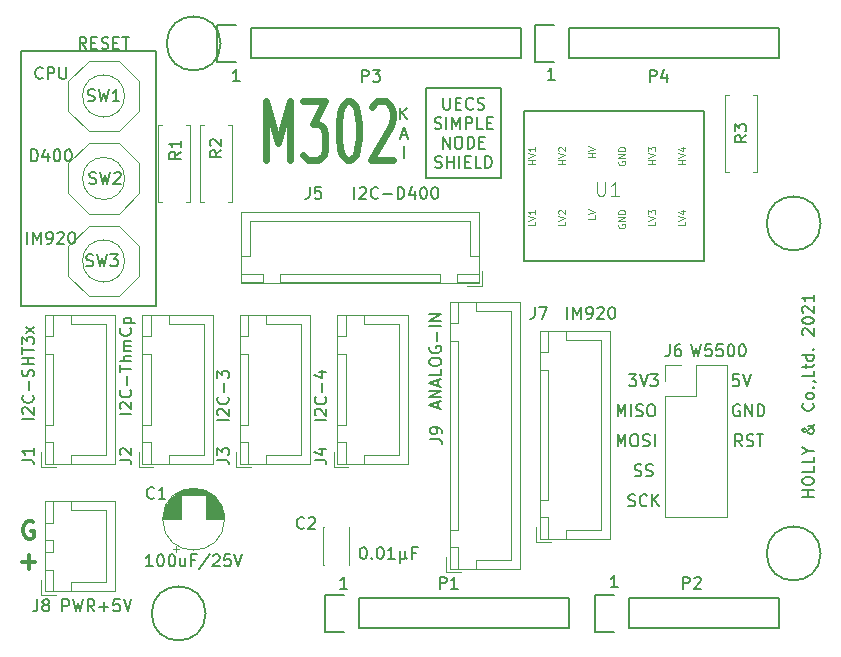
<source format=gbr>
%TF.GenerationSoftware,KiCad,Pcbnew,5.1.6-c6e7f7d~87~ubuntu18.04.1*%
%TF.CreationDate,2021-02-24T23:49:23+09:00*%
%TF.ProjectId,M302,4d333032-2e6b-4696-9361-645f70636258,rev?*%
%TF.SameCoordinates,Original*%
%TF.FileFunction,Legend,Top*%
%TF.FilePolarity,Positive*%
%FSLAX46Y46*%
G04 Gerber Fmt 4.6, Leading zero omitted, Abs format (unit mm)*
G04 Created by KiCad (PCBNEW 5.1.6-c6e7f7d~87~ubuntu18.04.1) date 2021-02-24 23:49:23*
%MOMM*%
%LPD*%
G01*
G04 APERTURE LIST*
%ADD10C,0.150000*%
%ADD11C,0.600000*%
%ADD12C,0.300000*%
%ADD13C,0.120000*%
%ADD14C,0.127000*%
%ADD15C,0.120650*%
%ADD16C,0.048768*%
G04 APERTURE END LIST*
D10*
X145923000Y-86995000D02*
X145923000Y-79375000D01*
X152273000Y-86995000D02*
X145923000Y-86995000D01*
X152273000Y-79375000D02*
X152273000Y-86995000D01*
X145923000Y-79375000D02*
X152273000Y-79375000D01*
X143756095Y-81987380D02*
X143756095Y-80987380D01*
X144327523Y-81987380D02*
X143898952Y-81415952D01*
X144327523Y-80987380D02*
X143756095Y-81558809D01*
X143779904Y-83351666D02*
X144256095Y-83351666D01*
X143684666Y-83637380D02*
X144018000Y-82637380D01*
X144351333Y-83637380D01*
X144018000Y-85287380D02*
X144018000Y-84287380D01*
X130143214Y-78747880D02*
X129571785Y-78747880D01*
X129857500Y-78747880D02*
X129857500Y-77747880D01*
X129762261Y-77890738D01*
X129667023Y-77985976D01*
X129571785Y-78033595D01*
X156813214Y-78620880D02*
X156241785Y-78620880D01*
X156527500Y-78620880D02*
X156527500Y-77620880D01*
X156432261Y-77763738D01*
X156337023Y-77858976D01*
X156241785Y-77906595D01*
X162147214Y-121610380D02*
X161575785Y-121610380D01*
X161861500Y-121610380D02*
X161861500Y-120610380D01*
X161766261Y-120753238D01*
X161671023Y-120848476D01*
X161575785Y-120896095D01*
X147383714Y-80162380D02*
X147383714Y-80971904D01*
X147431333Y-81067142D01*
X147478952Y-81114761D01*
X147574190Y-81162380D01*
X147764666Y-81162380D01*
X147859904Y-81114761D01*
X147907523Y-81067142D01*
X147955142Y-80971904D01*
X147955142Y-80162380D01*
X148431333Y-80638571D02*
X148764666Y-80638571D01*
X148907523Y-81162380D02*
X148431333Y-81162380D01*
X148431333Y-80162380D01*
X148907523Y-80162380D01*
X149907523Y-81067142D02*
X149859904Y-81114761D01*
X149717047Y-81162380D01*
X149621809Y-81162380D01*
X149478952Y-81114761D01*
X149383714Y-81019523D01*
X149336095Y-80924285D01*
X149288476Y-80733809D01*
X149288476Y-80590952D01*
X149336095Y-80400476D01*
X149383714Y-80305238D01*
X149478952Y-80210000D01*
X149621809Y-80162380D01*
X149717047Y-80162380D01*
X149859904Y-80210000D01*
X149907523Y-80257619D01*
X150288476Y-81114761D02*
X150431333Y-81162380D01*
X150669428Y-81162380D01*
X150764666Y-81114761D01*
X150812285Y-81067142D01*
X150859904Y-80971904D01*
X150859904Y-80876666D01*
X150812285Y-80781428D01*
X150764666Y-80733809D01*
X150669428Y-80686190D01*
X150478952Y-80638571D01*
X150383714Y-80590952D01*
X150336095Y-80543333D01*
X150288476Y-80448095D01*
X150288476Y-80352857D01*
X150336095Y-80257619D01*
X150383714Y-80210000D01*
X150478952Y-80162380D01*
X150717047Y-80162380D01*
X150859904Y-80210000D01*
X146645619Y-82764761D02*
X146788476Y-82812380D01*
X147026571Y-82812380D01*
X147121809Y-82764761D01*
X147169428Y-82717142D01*
X147217047Y-82621904D01*
X147217047Y-82526666D01*
X147169428Y-82431428D01*
X147121809Y-82383809D01*
X147026571Y-82336190D01*
X146836095Y-82288571D01*
X146740857Y-82240952D01*
X146693238Y-82193333D01*
X146645619Y-82098095D01*
X146645619Y-82002857D01*
X146693238Y-81907619D01*
X146740857Y-81860000D01*
X146836095Y-81812380D01*
X147074190Y-81812380D01*
X147217047Y-81860000D01*
X147645619Y-82812380D02*
X147645619Y-81812380D01*
X148121809Y-82812380D02*
X148121809Y-81812380D01*
X148455142Y-82526666D01*
X148788476Y-81812380D01*
X148788476Y-82812380D01*
X149264666Y-82812380D02*
X149264666Y-81812380D01*
X149645619Y-81812380D01*
X149740857Y-81860000D01*
X149788476Y-81907619D01*
X149836095Y-82002857D01*
X149836095Y-82145714D01*
X149788476Y-82240952D01*
X149740857Y-82288571D01*
X149645619Y-82336190D01*
X149264666Y-82336190D01*
X150740857Y-82812380D02*
X150264666Y-82812380D01*
X150264666Y-81812380D01*
X151074190Y-82288571D02*
X151407523Y-82288571D01*
X151550380Y-82812380D02*
X151074190Y-82812380D01*
X151074190Y-81812380D01*
X151550380Y-81812380D01*
X147336095Y-84462380D02*
X147336095Y-83462380D01*
X147907523Y-84462380D01*
X147907523Y-83462380D01*
X148574190Y-83462380D02*
X148764666Y-83462380D01*
X148859904Y-83510000D01*
X148955142Y-83605238D01*
X149002761Y-83795714D01*
X149002761Y-84129047D01*
X148955142Y-84319523D01*
X148859904Y-84414761D01*
X148764666Y-84462380D01*
X148574190Y-84462380D01*
X148478952Y-84414761D01*
X148383714Y-84319523D01*
X148336095Y-84129047D01*
X148336095Y-83795714D01*
X148383714Y-83605238D01*
X148478952Y-83510000D01*
X148574190Y-83462380D01*
X149431333Y-84462380D02*
X149431333Y-83462380D01*
X149669428Y-83462380D01*
X149812285Y-83510000D01*
X149907523Y-83605238D01*
X149955142Y-83700476D01*
X150002761Y-83890952D01*
X150002761Y-84033809D01*
X149955142Y-84224285D01*
X149907523Y-84319523D01*
X149812285Y-84414761D01*
X149669428Y-84462380D01*
X149431333Y-84462380D01*
X150431333Y-83938571D02*
X150764666Y-83938571D01*
X150907523Y-84462380D02*
X150431333Y-84462380D01*
X150431333Y-83462380D01*
X150907523Y-83462380D01*
X146693238Y-86064761D02*
X146836095Y-86112380D01*
X147074190Y-86112380D01*
X147169428Y-86064761D01*
X147217047Y-86017142D01*
X147264666Y-85921904D01*
X147264666Y-85826666D01*
X147217047Y-85731428D01*
X147169428Y-85683809D01*
X147074190Y-85636190D01*
X146883714Y-85588571D01*
X146788476Y-85540952D01*
X146740857Y-85493333D01*
X146693238Y-85398095D01*
X146693238Y-85302857D01*
X146740857Y-85207619D01*
X146788476Y-85160000D01*
X146883714Y-85112380D01*
X147121809Y-85112380D01*
X147264666Y-85160000D01*
X147693238Y-86112380D02*
X147693238Y-85112380D01*
X147693238Y-85588571D02*
X148264666Y-85588571D01*
X148264666Y-86112380D02*
X148264666Y-85112380D01*
X148740857Y-86112380D02*
X148740857Y-85112380D01*
X149217047Y-85588571D02*
X149550380Y-85588571D01*
X149693238Y-86112380D02*
X149217047Y-86112380D01*
X149217047Y-85112380D01*
X149693238Y-85112380D01*
X150598000Y-86112380D02*
X150121809Y-86112380D01*
X150121809Y-85112380D01*
X150931333Y-86112380D02*
X150931333Y-85112380D01*
X151169428Y-85112380D01*
X151312285Y-85160000D01*
X151407523Y-85255238D01*
X151455142Y-85350476D01*
X151502761Y-85540952D01*
X151502761Y-85683809D01*
X151455142Y-85874285D01*
X151407523Y-85969523D01*
X151312285Y-86064761D01*
X151169428Y-86112380D01*
X150931333Y-86112380D01*
X163099904Y-103592380D02*
X163718952Y-103592380D01*
X163385619Y-103973333D01*
X163528476Y-103973333D01*
X163623714Y-104020952D01*
X163671333Y-104068571D01*
X163718952Y-104163809D01*
X163718952Y-104401904D01*
X163671333Y-104497142D01*
X163623714Y-104544761D01*
X163528476Y-104592380D01*
X163242761Y-104592380D01*
X163147523Y-104544761D01*
X163099904Y-104497142D01*
X164004666Y-103592380D02*
X164338000Y-104592380D01*
X164671333Y-103592380D01*
X164909428Y-103592380D02*
X165528476Y-103592380D01*
X165195142Y-103973333D01*
X165338000Y-103973333D01*
X165433238Y-104020952D01*
X165480857Y-104068571D01*
X165528476Y-104163809D01*
X165528476Y-104401904D01*
X165480857Y-104497142D01*
X165433238Y-104544761D01*
X165338000Y-104592380D01*
X165052285Y-104592380D01*
X164957047Y-104544761D01*
X164909428Y-104497142D01*
X162131571Y-107132380D02*
X162131571Y-106132380D01*
X162464904Y-106846666D01*
X162798238Y-106132380D01*
X162798238Y-107132380D01*
X163274428Y-107132380D02*
X163274428Y-106132380D01*
X163703000Y-107084761D02*
X163845857Y-107132380D01*
X164083952Y-107132380D01*
X164179190Y-107084761D01*
X164226809Y-107037142D01*
X164274428Y-106941904D01*
X164274428Y-106846666D01*
X164226809Y-106751428D01*
X164179190Y-106703809D01*
X164083952Y-106656190D01*
X163893476Y-106608571D01*
X163798238Y-106560952D01*
X163750619Y-106513333D01*
X163703000Y-106418095D01*
X163703000Y-106322857D01*
X163750619Y-106227619D01*
X163798238Y-106180000D01*
X163893476Y-106132380D01*
X164131571Y-106132380D01*
X164274428Y-106180000D01*
X164893476Y-106132380D02*
X165083952Y-106132380D01*
X165179190Y-106180000D01*
X165274428Y-106275238D01*
X165322047Y-106465714D01*
X165322047Y-106799047D01*
X165274428Y-106989523D01*
X165179190Y-107084761D01*
X165083952Y-107132380D01*
X164893476Y-107132380D01*
X164798238Y-107084761D01*
X164703000Y-106989523D01*
X164655380Y-106799047D01*
X164655380Y-106465714D01*
X164703000Y-106275238D01*
X164798238Y-106180000D01*
X164893476Y-106132380D01*
X162131571Y-109672380D02*
X162131571Y-108672380D01*
X162464904Y-109386666D01*
X162798238Y-108672380D01*
X162798238Y-109672380D01*
X163464904Y-108672380D02*
X163655380Y-108672380D01*
X163750619Y-108720000D01*
X163845857Y-108815238D01*
X163893476Y-109005714D01*
X163893476Y-109339047D01*
X163845857Y-109529523D01*
X163750619Y-109624761D01*
X163655380Y-109672380D01*
X163464904Y-109672380D01*
X163369666Y-109624761D01*
X163274428Y-109529523D01*
X163226809Y-109339047D01*
X163226809Y-109005714D01*
X163274428Y-108815238D01*
X163369666Y-108720000D01*
X163464904Y-108672380D01*
X164274428Y-109624761D02*
X164417285Y-109672380D01*
X164655380Y-109672380D01*
X164750619Y-109624761D01*
X164798238Y-109577142D01*
X164845857Y-109481904D01*
X164845857Y-109386666D01*
X164798238Y-109291428D01*
X164750619Y-109243809D01*
X164655380Y-109196190D01*
X164464904Y-109148571D01*
X164369666Y-109100952D01*
X164322047Y-109053333D01*
X164274428Y-108958095D01*
X164274428Y-108862857D01*
X164322047Y-108767619D01*
X164369666Y-108720000D01*
X164464904Y-108672380D01*
X164703000Y-108672380D01*
X164845857Y-108720000D01*
X165274428Y-109672380D02*
X165274428Y-108672380D01*
X163576095Y-112164761D02*
X163718952Y-112212380D01*
X163957047Y-112212380D01*
X164052285Y-112164761D01*
X164099904Y-112117142D01*
X164147523Y-112021904D01*
X164147523Y-111926666D01*
X164099904Y-111831428D01*
X164052285Y-111783809D01*
X163957047Y-111736190D01*
X163766571Y-111688571D01*
X163671333Y-111640952D01*
X163623714Y-111593333D01*
X163576095Y-111498095D01*
X163576095Y-111402857D01*
X163623714Y-111307619D01*
X163671333Y-111260000D01*
X163766571Y-111212380D01*
X164004666Y-111212380D01*
X164147523Y-111260000D01*
X164528476Y-112164761D02*
X164671333Y-112212380D01*
X164909428Y-112212380D01*
X165004666Y-112164761D01*
X165052285Y-112117142D01*
X165099904Y-112021904D01*
X165099904Y-111926666D01*
X165052285Y-111831428D01*
X165004666Y-111783809D01*
X164909428Y-111736190D01*
X164718952Y-111688571D01*
X164623714Y-111640952D01*
X164576095Y-111593333D01*
X164528476Y-111498095D01*
X164528476Y-111402857D01*
X164576095Y-111307619D01*
X164623714Y-111260000D01*
X164718952Y-111212380D01*
X164957047Y-111212380D01*
X165099904Y-111260000D01*
X163052285Y-114704761D02*
X163195142Y-114752380D01*
X163433238Y-114752380D01*
X163528476Y-114704761D01*
X163576095Y-114657142D01*
X163623714Y-114561904D01*
X163623714Y-114466666D01*
X163576095Y-114371428D01*
X163528476Y-114323809D01*
X163433238Y-114276190D01*
X163242761Y-114228571D01*
X163147523Y-114180952D01*
X163099904Y-114133333D01*
X163052285Y-114038095D01*
X163052285Y-113942857D01*
X163099904Y-113847619D01*
X163147523Y-113800000D01*
X163242761Y-113752380D01*
X163480857Y-113752380D01*
X163623714Y-113800000D01*
X164623714Y-114657142D02*
X164576095Y-114704761D01*
X164433238Y-114752380D01*
X164338000Y-114752380D01*
X164195142Y-114704761D01*
X164099904Y-114609523D01*
X164052285Y-114514285D01*
X164004666Y-114323809D01*
X164004666Y-114180952D01*
X164052285Y-113990476D01*
X164099904Y-113895238D01*
X164195142Y-113800000D01*
X164338000Y-113752380D01*
X164433238Y-113752380D01*
X164576095Y-113800000D01*
X164623714Y-113847619D01*
X165052285Y-114752380D02*
X165052285Y-113752380D01*
X165623714Y-114752380D02*
X165195142Y-114180952D01*
X165623714Y-113752380D02*
X165052285Y-114323809D01*
X172680380Y-109672380D02*
X172347047Y-109196190D01*
X172108952Y-109672380D02*
X172108952Y-108672380D01*
X172489904Y-108672380D01*
X172585142Y-108720000D01*
X172632761Y-108767619D01*
X172680380Y-108862857D01*
X172680380Y-109005714D01*
X172632761Y-109100952D01*
X172585142Y-109148571D01*
X172489904Y-109196190D01*
X172108952Y-109196190D01*
X173061333Y-109624761D02*
X173204190Y-109672380D01*
X173442285Y-109672380D01*
X173537523Y-109624761D01*
X173585142Y-109577142D01*
X173632761Y-109481904D01*
X173632761Y-109386666D01*
X173585142Y-109291428D01*
X173537523Y-109243809D01*
X173442285Y-109196190D01*
X173251809Y-109148571D01*
X173156571Y-109100952D01*
X173108952Y-109053333D01*
X173061333Y-108958095D01*
X173061333Y-108862857D01*
X173108952Y-108767619D01*
X173156571Y-108720000D01*
X173251809Y-108672380D01*
X173489904Y-108672380D01*
X173632761Y-108720000D01*
X173918476Y-108672380D02*
X174489904Y-108672380D01*
X174204190Y-109672380D02*
X174204190Y-108672380D01*
X172466095Y-106180000D02*
X172370857Y-106132380D01*
X172228000Y-106132380D01*
X172085142Y-106180000D01*
X171989904Y-106275238D01*
X171942285Y-106370476D01*
X171894666Y-106560952D01*
X171894666Y-106703809D01*
X171942285Y-106894285D01*
X171989904Y-106989523D01*
X172085142Y-107084761D01*
X172228000Y-107132380D01*
X172323238Y-107132380D01*
X172466095Y-107084761D01*
X172513714Y-107037142D01*
X172513714Y-106703809D01*
X172323238Y-106703809D01*
X172942285Y-107132380D02*
X172942285Y-106132380D01*
X173513714Y-107132380D01*
X173513714Y-106132380D01*
X173989904Y-107132380D02*
X173989904Y-106132380D01*
X174228000Y-106132380D01*
X174370857Y-106180000D01*
X174466095Y-106275238D01*
X174513714Y-106370476D01*
X174561333Y-106560952D01*
X174561333Y-106703809D01*
X174513714Y-106894285D01*
X174466095Y-106989523D01*
X174370857Y-107084761D01*
X174228000Y-107132380D01*
X173989904Y-107132380D01*
X172402523Y-103592380D02*
X171926333Y-103592380D01*
X171878714Y-104068571D01*
X171926333Y-104020952D01*
X172021571Y-103973333D01*
X172259666Y-103973333D01*
X172354904Y-104020952D01*
X172402523Y-104068571D01*
X172450142Y-104163809D01*
X172450142Y-104401904D01*
X172402523Y-104497142D01*
X172354904Y-104544761D01*
X172259666Y-104592380D01*
X172021571Y-104592380D01*
X171926333Y-104544761D01*
X171878714Y-104497142D01*
X172735857Y-103592380D02*
X173069190Y-104592380D01*
X173402523Y-103592380D01*
X178760380Y-113933809D02*
X177760380Y-113933809D01*
X178236571Y-113933809D02*
X178236571Y-113362380D01*
X178760380Y-113362380D02*
X177760380Y-113362380D01*
X177760380Y-112695714D02*
X177760380Y-112505238D01*
X177808000Y-112410000D01*
X177903238Y-112314761D01*
X178093714Y-112267142D01*
X178427047Y-112267142D01*
X178617523Y-112314761D01*
X178712761Y-112410000D01*
X178760380Y-112505238D01*
X178760380Y-112695714D01*
X178712761Y-112790952D01*
X178617523Y-112886190D01*
X178427047Y-112933809D01*
X178093714Y-112933809D01*
X177903238Y-112886190D01*
X177808000Y-112790952D01*
X177760380Y-112695714D01*
X178760380Y-111362380D02*
X178760380Y-111838571D01*
X177760380Y-111838571D01*
X178760380Y-110552857D02*
X178760380Y-111029047D01*
X177760380Y-111029047D01*
X178284190Y-110029047D02*
X178760380Y-110029047D01*
X177760380Y-110362380D02*
X178284190Y-110029047D01*
X177760380Y-109695714D01*
X178760380Y-107790952D02*
X178760380Y-107838571D01*
X178712761Y-107933809D01*
X178569904Y-108076666D01*
X178284190Y-108314761D01*
X178141333Y-108410000D01*
X177998476Y-108457619D01*
X177903238Y-108457619D01*
X177808000Y-108410000D01*
X177760380Y-108314761D01*
X177760380Y-108267142D01*
X177808000Y-108171904D01*
X177903238Y-108124285D01*
X177950857Y-108124285D01*
X178046095Y-108171904D01*
X178093714Y-108219523D01*
X178284190Y-108505238D01*
X178331809Y-108552857D01*
X178427047Y-108600476D01*
X178569904Y-108600476D01*
X178665142Y-108552857D01*
X178712761Y-108505238D01*
X178760380Y-108410000D01*
X178760380Y-108267142D01*
X178712761Y-108171904D01*
X178665142Y-108124285D01*
X178474666Y-107981428D01*
X178331809Y-107933809D01*
X178236571Y-107933809D01*
X178665142Y-106029047D02*
X178712761Y-106076666D01*
X178760380Y-106219523D01*
X178760380Y-106314761D01*
X178712761Y-106457619D01*
X178617523Y-106552857D01*
X178522285Y-106600476D01*
X178331809Y-106648095D01*
X178188952Y-106648095D01*
X177998476Y-106600476D01*
X177903238Y-106552857D01*
X177808000Y-106457619D01*
X177760380Y-106314761D01*
X177760380Y-106219523D01*
X177808000Y-106076666D01*
X177855619Y-106029047D01*
X178760380Y-105457619D02*
X178712761Y-105552857D01*
X178665142Y-105600476D01*
X178569904Y-105648095D01*
X178284190Y-105648095D01*
X178188952Y-105600476D01*
X178141333Y-105552857D01*
X178093714Y-105457619D01*
X178093714Y-105314761D01*
X178141333Y-105219523D01*
X178188952Y-105171904D01*
X178284190Y-105124285D01*
X178569904Y-105124285D01*
X178665142Y-105171904D01*
X178712761Y-105219523D01*
X178760380Y-105314761D01*
X178760380Y-105457619D01*
X178665142Y-104695714D02*
X178712761Y-104648095D01*
X178760380Y-104695714D01*
X178712761Y-104743333D01*
X178665142Y-104695714D01*
X178760380Y-104695714D01*
X178712761Y-104171904D02*
X178760380Y-104171904D01*
X178855619Y-104219523D01*
X178903238Y-104267142D01*
X178760380Y-103267142D02*
X178760380Y-103743333D01*
X177760380Y-103743333D01*
X178093714Y-103076666D02*
X178093714Y-102695714D01*
X177760380Y-102933809D02*
X178617523Y-102933809D01*
X178712761Y-102886190D01*
X178760380Y-102790952D01*
X178760380Y-102695714D01*
X178760380Y-101933809D02*
X177760380Y-101933809D01*
X178712761Y-101933809D02*
X178760380Y-102029047D01*
X178760380Y-102219523D01*
X178712761Y-102314761D01*
X178665142Y-102362380D01*
X178569904Y-102410000D01*
X178284190Y-102410000D01*
X178188952Y-102362380D01*
X178141333Y-102314761D01*
X178093714Y-102219523D01*
X178093714Y-102029047D01*
X178141333Y-101933809D01*
X178665142Y-101457619D02*
X178712761Y-101410000D01*
X178760380Y-101457619D01*
X178712761Y-101505238D01*
X178665142Y-101457619D01*
X178760380Y-101457619D01*
X177855619Y-100267142D02*
X177808000Y-100219523D01*
X177760380Y-100124285D01*
X177760380Y-99886190D01*
X177808000Y-99790952D01*
X177855619Y-99743333D01*
X177950857Y-99695714D01*
X178046095Y-99695714D01*
X178188952Y-99743333D01*
X178760380Y-100314761D01*
X178760380Y-99695714D01*
X177760380Y-99076666D02*
X177760380Y-98981428D01*
X177808000Y-98886190D01*
X177855619Y-98838571D01*
X177950857Y-98790952D01*
X178141333Y-98743333D01*
X178379428Y-98743333D01*
X178569904Y-98790952D01*
X178665142Y-98838571D01*
X178712761Y-98886190D01*
X178760380Y-98981428D01*
X178760380Y-99076666D01*
X178712761Y-99171904D01*
X178665142Y-99219523D01*
X178569904Y-99267142D01*
X178379428Y-99314761D01*
X178141333Y-99314761D01*
X177950857Y-99267142D01*
X177855619Y-99219523D01*
X177808000Y-99171904D01*
X177760380Y-99076666D01*
X177855619Y-98362380D02*
X177808000Y-98314761D01*
X177760380Y-98219523D01*
X177760380Y-97981428D01*
X177808000Y-97886190D01*
X177855619Y-97838571D01*
X177950857Y-97790952D01*
X178046095Y-97790952D01*
X178188952Y-97838571D01*
X178760380Y-98410000D01*
X178760380Y-97790952D01*
X178760380Y-96838571D02*
X178760380Y-97410000D01*
X178760380Y-97124285D02*
X177760380Y-97124285D01*
X177903238Y-97219523D01*
X177998476Y-97314761D01*
X178046095Y-97410000D01*
D11*
X132382285Y-85446904D02*
X132382285Y-80446904D01*
X133382285Y-84018333D01*
X134382285Y-80446904D01*
X134382285Y-85446904D01*
X135525142Y-80446904D02*
X137382285Y-80446904D01*
X136382285Y-82351666D01*
X136810857Y-82351666D01*
X137096571Y-82589761D01*
X137239428Y-82827857D01*
X137382285Y-83304047D01*
X137382285Y-84494523D01*
X137239428Y-84970714D01*
X137096571Y-85208809D01*
X136810857Y-85446904D01*
X135953714Y-85446904D01*
X135668000Y-85208809D01*
X135525142Y-84970714D01*
X139239428Y-80446904D02*
X139525142Y-80446904D01*
X139810857Y-80685000D01*
X139953714Y-80923095D01*
X140096571Y-81399285D01*
X140239428Y-82351666D01*
X140239428Y-83542142D01*
X140096571Y-84494523D01*
X139953714Y-84970714D01*
X139810857Y-85208809D01*
X139525142Y-85446904D01*
X139239428Y-85446904D01*
X138953714Y-85208809D01*
X138810857Y-84970714D01*
X138668000Y-84494523D01*
X138525142Y-83542142D01*
X138525142Y-82351666D01*
X138668000Y-81399285D01*
X138810857Y-80923095D01*
X138953714Y-80685000D01*
X139239428Y-80446904D01*
X141382285Y-80923095D02*
X141525142Y-80685000D01*
X141810857Y-80446904D01*
X142525142Y-80446904D01*
X142810857Y-80685000D01*
X142953714Y-80923095D01*
X143096571Y-81399285D01*
X143096571Y-81875476D01*
X142953714Y-82589761D01*
X141239428Y-85446904D01*
X143096571Y-85446904D01*
D10*
X117165619Y-76017380D02*
X116832285Y-75541190D01*
X116594190Y-76017380D02*
X116594190Y-75017380D01*
X116975142Y-75017380D01*
X117070380Y-75065000D01*
X117118000Y-75112619D01*
X117165619Y-75207857D01*
X117165619Y-75350714D01*
X117118000Y-75445952D01*
X117070380Y-75493571D01*
X116975142Y-75541190D01*
X116594190Y-75541190D01*
X117594190Y-75493571D02*
X117927523Y-75493571D01*
X118070380Y-76017380D02*
X117594190Y-76017380D01*
X117594190Y-75017380D01*
X118070380Y-75017380D01*
X118451333Y-75969761D02*
X118594190Y-76017380D01*
X118832285Y-76017380D01*
X118927523Y-75969761D01*
X118975142Y-75922142D01*
X119022761Y-75826904D01*
X119022761Y-75731666D01*
X118975142Y-75636428D01*
X118927523Y-75588809D01*
X118832285Y-75541190D01*
X118641809Y-75493571D01*
X118546571Y-75445952D01*
X118498952Y-75398333D01*
X118451333Y-75303095D01*
X118451333Y-75207857D01*
X118498952Y-75112619D01*
X118546571Y-75065000D01*
X118641809Y-75017380D01*
X118879904Y-75017380D01*
X119022761Y-75065000D01*
X119451333Y-75493571D02*
X119784666Y-75493571D01*
X119927523Y-76017380D02*
X119451333Y-76017380D01*
X119451333Y-75017380D01*
X119927523Y-75017380D01*
X120213238Y-75017380D02*
X120784666Y-75017380D01*
X120498952Y-76017380D02*
X120498952Y-75017380D01*
X111633000Y-97790000D02*
X111633000Y-76200000D01*
X123063000Y-97790000D02*
X111633000Y-97790000D01*
X123063000Y-76200000D02*
X123063000Y-97790000D01*
X111633000Y-76200000D02*
X123063000Y-76200000D01*
D12*
X112660857Y-116090000D02*
X112518000Y-116018571D01*
X112303714Y-116018571D01*
X112089428Y-116090000D01*
X111946571Y-116232857D01*
X111875142Y-116375714D01*
X111803714Y-116661428D01*
X111803714Y-116875714D01*
X111875142Y-117161428D01*
X111946571Y-117304285D01*
X112089428Y-117447142D01*
X112303714Y-117518571D01*
X112446571Y-117518571D01*
X112660857Y-117447142D01*
X112732285Y-117375714D01*
X112732285Y-116875714D01*
X112446571Y-116875714D01*
X111696571Y-119487142D02*
X112839428Y-119487142D01*
X112268000Y-120058571D02*
X112268000Y-118915714D01*
D10*
X139223714Y-121737380D02*
X138652285Y-121737380D01*
X138938000Y-121737380D02*
X138938000Y-120737380D01*
X138842761Y-120880238D01*
X138747523Y-120975476D01*
X138652285Y-121023095D01*
D13*
%TO.C,C2*%
X139358000Y-116510000D02*
X139423000Y-116510000D01*
X137183000Y-116510000D02*
X137248000Y-116510000D01*
X139358000Y-119750000D02*
X139423000Y-119750000D01*
X137183000Y-119750000D02*
X137248000Y-119750000D01*
X139423000Y-119750000D02*
X139423000Y-116510000D01*
X137183000Y-119750000D02*
X137183000Y-116510000D01*
%TO.C,J9*%
X147618000Y-120325000D02*
X148868000Y-120325000D01*
X147618000Y-119075000D02*
X147618000Y-120325000D01*
X153118000Y-98175000D02*
X153118000Y-108725000D01*
X150168000Y-98175000D02*
X153118000Y-98175000D01*
X150168000Y-97425000D02*
X150168000Y-98175000D01*
X153118000Y-119275000D02*
X153118000Y-108725000D01*
X150168000Y-119275000D02*
X153118000Y-119275000D01*
X150168000Y-120025000D02*
X150168000Y-119275000D01*
X147918000Y-97425000D02*
X147918000Y-99225000D01*
X148668000Y-97425000D02*
X147918000Y-97425000D01*
X148668000Y-99225000D02*
X148668000Y-97425000D01*
X147918000Y-99225000D02*
X148668000Y-99225000D01*
X147918000Y-118225000D02*
X147918000Y-120025000D01*
X148668000Y-118225000D02*
X147918000Y-118225000D01*
X148668000Y-120025000D02*
X148668000Y-118225000D01*
X147918000Y-120025000D02*
X148668000Y-120025000D01*
X147918000Y-100725000D02*
X147918000Y-116725000D01*
X148668000Y-100725000D02*
X147918000Y-100725000D01*
X148668000Y-116725000D02*
X148668000Y-100725000D01*
X147918000Y-116725000D02*
X148668000Y-116725000D01*
X147908000Y-97415000D02*
X147908000Y-120035000D01*
X153878000Y-97415000D02*
X147908000Y-97415000D01*
X153878000Y-120035000D02*
X153878000Y-97415000D01*
X147908000Y-120035000D02*
X153878000Y-120035000D01*
%TO.C,R3*%
X173633000Y-79915000D02*
X173963000Y-79915000D01*
X173963000Y-79915000D02*
X173963000Y-86455000D01*
X173963000Y-86455000D02*
X173633000Y-86455000D01*
X171553000Y-79915000D02*
X171223000Y-79915000D01*
X171223000Y-79915000D02*
X171223000Y-86455000D01*
X171223000Y-86455000D02*
X171553000Y-86455000D01*
%TO.C,R2*%
X127103000Y-88995000D02*
X126773000Y-88995000D01*
X126773000Y-88995000D02*
X126773000Y-82455000D01*
X126773000Y-82455000D02*
X127103000Y-82455000D01*
X129183000Y-88995000D02*
X129513000Y-88995000D01*
X129513000Y-88995000D02*
X129513000Y-82455000D01*
X129513000Y-82455000D02*
X129183000Y-82455000D01*
%TO.C,R1*%
X123531835Y-88995000D02*
X123201835Y-88995000D01*
X123201835Y-88995000D02*
X123201835Y-82455000D01*
X123201835Y-82455000D02*
X123531835Y-82455000D01*
X125611835Y-88995000D02*
X125941835Y-88995000D01*
X125941835Y-88995000D02*
X125941835Y-82455000D01*
X125941835Y-82455000D02*
X125611835Y-82455000D01*
%TO.C,J5*%
X150678000Y-96095000D02*
X150678000Y-94845000D01*
X149428000Y-96095000D02*
X150678000Y-96095000D01*
X131028000Y-90595000D02*
X140328000Y-90595000D01*
X131028000Y-93545000D02*
X131028000Y-90595000D01*
X130278000Y-93545000D02*
X131028000Y-93545000D01*
X149628000Y-90595000D02*
X140328000Y-90595000D01*
X149628000Y-93545000D02*
X149628000Y-90595000D01*
X150378000Y-93545000D02*
X149628000Y-93545000D01*
X130278000Y-95795000D02*
X132078000Y-95795000D01*
X130278000Y-95045000D02*
X130278000Y-95795000D01*
X132078000Y-95045000D02*
X130278000Y-95045000D01*
X132078000Y-95795000D02*
X132078000Y-95045000D01*
X148578000Y-95795000D02*
X150378000Y-95795000D01*
X148578000Y-95045000D02*
X148578000Y-95795000D01*
X150378000Y-95045000D02*
X148578000Y-95045000D01*
X150378000Y-95795000D02*
X150378000Y-95045000D01*
X133578000Y-95795000D02*
X147078000Y-95795000D01*
X133578000Y-95045000D02*
X133578000Y-95795000D01*
X147078000Y-95045000D02*
X133578000Y-95045000D01*
X147078000Y-95795000D02*
X147078000Y-95045000D01*
X130268000Y-95805000D02*
X150388000Y-95805000D01*
X130268000Y-89835000D02*
X130268000Y-95805000D01*
X150388000Y-89835000D02*
X130268000Y-89835000D01*
X150388000Y-95805000D02*
X150388000Y-89835000D01*
%TO.C,SW3*%
X120400530Y-93980000D02*
G75*
G03*
X120400530Y-93980000I-1782530J0D01*
G01*
X121618000Y-95250000D02*
X121618000Y-92710000D01*
X119888000Y-96980000D02*
X121618000Y-95250000D01*
X117348000Y-96980000D02*
X119888000Y-96980000D01*
X115618000Y-95250000D02*
X117348000Y-96980000D01*
X115618000Y-92710000D02*
X115618000Y-95250000D01*
X117348000Y-90980000D02*
X115618000Y-92710000D01*
X119888000Y-90980000D02*
X117348000Y-90980000D01*
X121618000Y-92710000D02*
X119888000Y-90980000D01*
D14*
%TO.C,U1*%
X154178000Y-81280000D02*
X169418000Y-81280000D01*
X154178000Y-93980000D02*
X154178000Y-81280000D01*
X169418000Y-93980000D02*
X154178000Y-93980000D01*
X169418000Y-81280000D02*
X169418000Y-93980000D01*
D13*
%TO.C,J8*%
X113328000Y-122230000D02*
X114578000Y-122230000D01*
X113328000Y-120980000D02*
X113328000Y-122230000D01*
X118828000Y-115080000D02*
X118828000Y-118130000D01*
X115878000Y-115080000D02*
X118828000Y-115080000D01*
X115878000Y-114330000D02*
X115878000Y-115080000D01*
X118828000Y-121180000D02*
X118828000Y-118130000D01*
X115878000Y-121180000D02*
X118828000Y-121180000D01*
X115878000Y-121930000D02*
X115878000Y-121180000D01*
X113628000Y-114330000D02*
X113628000Y-116130000D01*
X114378000Y-114330000D02*
X113628000Y-114330000D01*
X114378000Y-116130000D02*
X114378000Y-114330000D01*
X113628000Y-116130000D02*
X114378000Y-116130000D01*
X113628000Y-120130000D02*
X113628000Y-121930000D01*
X114378000Y-120130000D02*
X113628000Y-120130000D01*
X114378000Y-121930000D02*
X114378000Y-120130000D01*
X113628000Y-121930000D02*
X114378000Y-121930000D01*
X113628000Y-117630000D02*
X113628000Y-118630000D01*
X114378000Y-117630000D02*
X113628000Y-117630000D01*
X114378000Y-118630000D02*
X114378000Y-117630000D01*
X113628000Y-118630000D02*
X114378000Y-118630000D01*
X113618000Y-114320000D02*
X113618000Y-121940000D01*
X119588000Y-114320000D02*
X113618000Y-114320000D01*
X119588000Y-121940000D02*
X119588000Y-114320000D01*
X113618000Y-121940000D02*
X119588000Y-121940000D01*
%TO.C,C1*%
X124513000Y-118394775D02*
X125013000Y-118394775D01*
X124763000Y-118644775D02*
X124763000Y-118144775D01*
X125954000Y-113239000D02*
X126522000Y-113239000D01*
X125720000Y-113279000D02*
X126756000Y-113279000D01*
X125561000Y-113319000D02*
X126915000Y-113319000D01*
X125433000Y-113359000D02*
X127043000Y-113359000D01*
X125323000Y-113399000D02*
X127153000Y-113399000D01*
X125227000Y-113439000D02*
X127249000Y-113439000D01*
X125140000Y-113479000D02*
X127336000Y-113479000D01*
X125060000Y-113519000D02*
X127416000Y-113519000D01*
X124987000Y-113559000D02*
X127489000Y-113559000D01*
X124919000Y-113599000D02*
X127557000Y-113599000D01*
X124855000Y-113639000D02*
X127621000Y-113639000D01*
X124795000Y-113679000D02*
X127681000Y-113679000D01*
X124738000Y-113719000D02*
X127738000Y-113719000D01*
X124684000Y-113759000D02*
X127792000Y-113759000D01*
X124633000Y-113799000D02*
X127843000Y-113799000D01*
X127278000Y-113839000D02*
X127891000Y-113839000D01*
X124585000Y-113839000D02*
X125198000Y-113839000D01*
X127278000Y-113879000D02*
X127937000Y-113879000D01*
X124539000Y-113879000D02*
X125198000Y-113879000D01*
X127278000Y-113919000D02*
X127981000Y-113919000D01*
X124495000Y-113919000D02*
X125198000Y-113919000D01*
X127278000Y-113959000D02*
X128023000Y-113959000D01*
X124453000Y-113959000D02*
X125198000Y-113959000D01*
X127278000Y-113999000D02*
X128064000Y-113999000D01*
X124412000Y-113999000D02*
X125198000Y-113999000D01*
X127278000Y-114039000D02*
X128102000Y-114039000D01*
X124374000Y-114039000D02*
X125198000Y-114039000D01*
X127278000Y-114079000D02*
X128139000Y-114079000D01*
X124337000Y-114079000D02*
X125198000Y-114079000D01*
X127278000Y-114119000D02*
X128175000Y-114119000D01*
X124301000Y-114119000D02*
X125198000Y-114119000D01*
X127278000Y-114159000D02*
X128209000Y-114159000D01*
X124267000Y-114159000D02*
X125198000Y-114159000D01*
X127278000Y-114199000D02*
X128242000Y-114199000D01*
X124234000Y-114199000D02*
X125198000Y-114199000D01*
X127278000Y-114239000D02*
X128273000Y-114239000D01*
X124203000Y-114239000D02*
X125198000Y-114239000D01*
X127278000Y-114279000D02*
X128303000Y-114279000D01*
X124173000Y-114279000D02*
X125198000Y-114279000D01*
X127278000Y-114319000D02*
X128333000Y-114319000D01*
X124143000Y-114319000D02*
X125198000Y-114319000D01*
X127278000Y-114359000D02*
X128360000Y-114359000D01*
X124116000Y-114359000D02*
X125198000Y-114359000D01*
X127278000Y-114399000D02*
X128387000Y-114399000D01*
X124089000Y-114399000D02*
X125198000Y-114399000D01*
X127278000Y-114439000D02*
X128413000Y-114439000D01*
X124063000Y-114439000D02*
X125198000Y-114439000D01*
X127278000Y-114479000D02*
X128438000Y-114479000D01*
X124038000Y-114479000D02*
X125198000Y-114479000D01*
X127278000Y-114519000D02*
X128462000Y-114519000D01*
X124014000Y-114519000D02*
X125198000Y-114519000D01*
X127278000Y-114559000D02*
X128485000Y-114559000D01*
X123991000Y-114559000D02*
X125198000Y-114559000D01*
X127278000Y-114599000D02*
X128506000Y-114599000D01*
X123970000Y-114599000D02*
X125198000Y-114599000D01*
X127278000Y-114639000D02*
X128528000Y-114639000D01*
X123948000Y-114639000D02*
X125198000Y-114639000D01*
X127278000Y-114679000D02*
X128548000Y-114679000D01*
X123928000Y-114679000D02*
X125198000Y-114679000D01*
X127278000Y-114719000D02*
X128567000Y-114719000D01*
X123909000Y-114719000D02*
X125198000Y-114719000D01*
X127278000Y-114759000D02*
X128586000Y-114759000D01*
X123890000Y-114759000D02*
X125198000Y-114759000D01*
X127278000Y-114799000D02*
X128603000Y-114799000D01*
X123873000Y-114799000D02*
X125198000Y-114799000D01*
X127278000Y-114839000D02*
X128620000Y-114839000D01*
X123856000Y-114839000D02*
X125198000Y-114839000D01*
X127278000Y-114879000D02*
X128636000Y-114879000D01*
X123840000Y-114879000D02*
X125198000Y-114879000D01*
X127278000Y-114919000D02*
X128652000Y-114919000D01*
X123824000Y-114919000D02*
X125198000Y-114919000D01*
X127278000Y-114959000D02*
X128666000Y-114959000D01*
X123810000Y-114959000D02*
X125198000Y-114959000D01*
X127278000Y-114999000D02*
X128680000Y-114999000D01*
X123796000Y-114999000D02*
X125198000Y-114999000D01*
X127278000Y-115039000D02*
X128693000Y-115039000D01*
X123783000Y-115039000D02*
X125198000Y-115039000D01*
X127278000Y-115079000D02*
X128706000Y-115079000D01*
X123770000Y-115079000D02*
X125198000Y-115079000D01*
X127278000Y-115119000D02*
X128718000Y-115119000D01*
X123758000Y-115119000D02*
X125198000Y-115119000D01*
X127278000Y-115160000D02*
X128729000Y-115160000D01*
X123747000Y-115160000D02*
X125198000Y-115160000D01*
X127278000Y-115200000D02*
X128739000Y-115200000D01*
X123737000Y-115200000D02*
X125198000Y-115200000D01*
X127278000Y-115240000D02*
X128749000Y-115240000D01*
X123727000Y-115240000D02*
X125198000Y-115240000D01*
X127278000Y-115280000D02*
X128758000Y-115280000D01*
X123718000Y-115280000D02*
X125198000Y-115280000D01*
X127278000Y-115320000D02*
X128766000Y-115320000D01*
X123710000Y-115320000D02*
X125198000Y-115320000D01*
X127278000Y-115360000D02*
X128774000Y-115360000D01*
X123702000Y-115360000D02*
X125198000Y-115360000D01*
X127278000Y-115400000D02*
X128781000Y-115400000D01*
X123695000Y-115400000D02*
X125198000Y-115400000D01*
X127278000Y-115440000D02*
X128788000Y-115440000D01*
X123688000Y-115440000D02*
X125198000Y-115440000D01*
X127278000Y-115480000D02*
X128794000Y-115480000D01*
X123682000Y-115480000D02*
X125198000Y-115480000D01*
X127278000Y-115520000D02*
X128799000Y-115520000D01*
X123677000Y-115520000D02*
X125198000Y-115520000D01*
X127278000Y-115560000D02*
X128803000Y-115560000D01*
X123673000Y-115560000D02*
X125198000Y-115560000D01*
X127278000Y-115600000D02*
X128807000Y-115600000D01*
X123669000Y-115600000D02*
X125198000Y-115600000D01*
X127278000Y-115640000D02*
X128811000Y-115640000D01*
X123665000Y-115640000D02*
X125198000Y-115640000D01*
X127278000Y-115680000D02*
X128814000Y-115680000D01*
X123662000Y-115680000D02*
X125198000Y-115680000D01*
X127278000Y-115720000D02*
X128816000Y-115720000D01*
X123660000Y-115720000D02*
X125198000Y-115720000D01*
X127278000Y-115760000D02*
X128817000Y-115760000D01*
X123659000Y-115760000D02*
X125198000Y-115760000D01*
X123658000Y-115800000D02*
X125198000Y-115800000D01*
X127278000Y-115800000D02*
X128818000Y-115800000D01*
X123658000Y-115840000D02*
X125198000Y-115840000D01*
X127278000Y-115840000D02*
X128818000Y-115840000D01*
X128858000Y-115840000D02*
G75*
G03*
X128858000Y-115840000I-2620000J0D01*
G01*
%TO.C,J7*%
X155238000Y-117785000D02*
X156488000Y-117785000D01*
X155238000Y-116535000D02*
X155238000Y-117785000D01*
X160738000Y-100635000D02*
X160738000Y-108685000D01*
X157788000Y-100635000D02*
X160738000Y-100635000D01*
X157788000Y-99885000D02*
X157788000Y-100635000D01*
X160738000Y-116735000D02*
X160738000Y-108685000D01*
X157788000Y-116735000D02*
X160738000Y-116735000D01*
X157788000Y-117485000D02*
X157788000Y-116735000D01*
X155538000Y-99885000D02*
X155538000Y-101685000D01*
X156288000Y-99885000D02*
X155538000Y-99885000D01*
X156288000Y-101685000D02*
X156288000Y-99885000D01*
X155538000Y-101685000D02*
X156288000Y-101685000D01*
X155538000Y-115685000D02*
X155538000Y-117485000D01*
X156288000Y-115685000D02*
X155538000Y-115685000D01*
X156288000Y-117485000D02*
X156288000Y-115685000D01*
X155538000Y-117485000D02*
X156288000Y-117485000D01*
X155538000Y-103185000D02*
X155538000Y-114185000D01*
X156288000Y-103185000D02*
X155538000Y-103185000D01*
X156288000Y-114185000D02*
X156288000Y-103185000D01*
X155538000Y-114185000D02*
X156288000Y-114185000D01*
X155528000Y-99875000D02*
X155528000Y-117495000D01*
X161498000Y-99875000D02*
X155528000Y-99875000D01*
X161498000Y-117495000D02*
X161498000Y-99875000D01*
X155528000Y-117495000D02*
X161498000Y-117495000D01*
%TO.C,J6*%
X166183000Y-102810000D02*
X167513000Y-102810000D01*
X166183000Y-104140000D02*
X166183000Y-102810000D01*
X168783000Y-102810000D02*
X171383000Y-102810000D01*
X168783000Y-105410000D02*
X168783000Y-102810000D01*
X166183000Y-105410000D02*
X168783000Y-105410000D01*
X171383000Y-102810000D02*
X171383000Y-115630000D01*
X166183000Y-105410000D02*
X166183000Y-115630000D01*
X166183000Y-115630000D02*
X171383000Y-115630000D01*
%TO.C,SW1*%
X115618000Y-81280000D02*
X117348000Y-83010000D01*
X117348000Y-83010000D02*
X119888000Y-83010000D01*
X119888000Y-83010000D02*
X121618000Y-81280000D01*
X121618000Y-81280000D02*
X121618000Y-78740000D01*
X121618000Y-78740000D02*
X119888000Y-77010000D01*
X119888000Y-77010000D02*
X117348000Y-77010000D01*
X117348000Y-77010000D02*
X115618000Y-78740000D01*
X115618000Y-78740000D02*
X115618000Y-81280000D01*
X120400530Y-80010000D02*
G75*
G03*
X120400530Y-80010000I-1782530J0D01*
G01*
%TO.C,SW2*%
X115618000Y-88265000D02*
X117348000Y-89995000D01*
X117348000Y-89995000D02*
X119888000Y-89995000D01*
X119888000Y-89995000D02*
X121618000Y-88265000D01*
X121618000Y-88265000D02*
X121618000Y-85725000D01*
X121618000Y-85725000D02*
X119888000Y-83995000D01*
X119888000Y-83995000D02*
X117348000Y-83995000D01*
X117348000Y-83995000D02*
X115618000Y-85725000D01*
X115618000Y-85725000D02*
X115618000Y-88265000D01*
X120400530Y-86995000D02*
G75*
G03*
X120400530Y-86995000I-1782530J0D01*
G01*
D10*
%TO.C,P1*%
X137388000Y-122275000D02*
X137388000Y-125375000D01*
X138938000Y-122275000D02*
X137388000Y-122275000D01*
X140208000Y-125095000D02*
X140208000Y-122555000D01*
X137388000Y-125375000D02*
X138938000Y-125375000D01*
X157988000Y-122555000D02*
X140208000Y-122555000D01*
X157988000Y-125095000D02*
X157988000Y-122555000D01*
X140208000Y-125095000D02*
X157988000Y-125095000D01*
%TO.C,P2*%
X160248000Y-122275000D02*
X160248000Y-125375000D01*
X161798000Y-122275000D02*
X160248000Y-122275000D01*
X163068000Y-125095000D02*
X163068000Y-122555000D01*
X160248000Y-125375000D02*
X161798000Y-125375000D01*
X175768000Y-122555000D02*
X163068000Y-122555000D01*
X175768000Y-125095000D02*
X175768000Y-122555000D01*
X163068000Y-125095000D02*
X175768000Y-125095000D01*
%TO.C,P3*%
X128244000Y-74015000D02*
X128244000Y-77115000D01*
X129794000Y-74015000D02*
X128244000Y-74015000D01*
X131064000Y-76835000D02*
X131064000Y-74295000D01*
X128244000Y-77115000D02*
X129794000Y-77115000D01*
X153924000Y-74295000D02*
X131064000Y-74295000D01*
X153924000Y-76835000D02*
X153924000Y-74295000D01*
X131064000Y-76835000D02*
X153924000Y-76835000D01*
%TO.C,P4*%
X155168000Y-74015000D02*
X155168000Y-77115000D01*
X156718000Y-74015000D02*
X155168000Y-74015000D01*
X157988000Y-76835000D02*
X157988000Y-74295000D01*
X155168000Y-77115000D02*
X156718000Y-77115000D01*
X175768000Y-74295000D02*
X157988000Y-74295000D01*
X175768000Y-76835000D02*
X175768000Y-74295000D01*
X157988000Y-76835000D02*
X175768000Y-76835000D01*
%TO.C,P5*%
X127254000Y-123825000D02*
G75*
G03*
X127254000Y-123825000I-2286000J0D01*
G01*
%TO.C,P6*%
X179324000Y-118745000D02*
G75*
G03*
X179324000Y-118745000I-2286000J0D01*
G01*
%TO.C,P7*%
X128524000Y-75565000D02*
G75*
G03*
X128524000Y-75565000I-2286000J0D01*
G01*
%TO.C,P8*%
X179324000Y-90805000D02*
G75*
G03*
X179324000Y-90805000I-2286000J0D01*
G01*
D13*
%TO.C,J1*%
X113618000Y-111145000D02*
X119588000Y-111145000D01*
X119588000Y-111145000D02*
X119588000Y-98525000D01*
X119588000Y-98525000D02*
X113618000Y-98525000D01*
X113618000Y-98525000D02*
X113618000Y-111145000D01*
X113628000Y-107835000D02*
X114378000Y-107835000D01*
X114378000Y-107835000D02*
X114378000Y-101835000D01*
X114378000Y-101835000D02*
X113628000Y-101835000D01*
X113628000Y-101835000D02*
X113628000Y-107835000D01*
X113628000Y-111135000D02*
X114378000Y-111135000D01*
X114378000Y-111135000D02*
X114378000Y-109335000D01*
X114378000Y-109335000D02*
X113628000Y-109335000D01*
X113628000Y-109335000D02*
X113628000Y-111135000D01*
X113628000Y-100335000D02*
X114378000Y-100335000D01*
X114378000Y-100335000D02*
X114378000Y-98535000D01*
X114378000Y-98535000D02*
X113628000Y-98535000D01*
X113628000Y-98535000D02*
X113628000Y-100335000D01*
X115878000Y-111135000D02*
X115878000Y-110385000D01*
X115878000Y-110385000D02*
X118828000Y-110385000D01*
X118828000Y-110385000D02*
X118828000Y-104835000D01*
X115878000Y-98535000D02*
X115878000Y-99285000D01*
X115878000Y-99285000D02*
X118828000Y-99285000D01*
X118828000Y-99285000D02*
X118828000Y-104835000D01*
X113328000Y-110185000D02*
X113328000Y-111435000D01*
X113328000Y-111435000D02*
X114578000Y-111435000D01*
%TO.C,J2*%
X121583000Y-111435000D02*
X122833000Y-111435000D01*
X121583000Y-110185000D02*
X121583000Y-111435000D01*
X127083000Y-99285000D02*
X127083000Y-104835000D01*
X124133000Y-99285000D02*
X127083000Y-99285000D01*
X124133000Y-98535000D02*
X124133000Y-99285000D01*
X127083000Y-110385000D02*
X127083000Y-104835000D01*
X124133000Y-110385000D02*
X127083000Y-110385000D01*
X124133000Y-111135000D02*
X124133000Y-110385000D01*
X121883000Y-98535000D02*
X121883000Y-100335000D01*
X122633000Y-98535000D02*
X121883000Y-98535000D01*
X122633000Y-100335000D02*
X122633000Y-98535000D01*
X121883000Y-100335000D02*
X122633000Y-100335000D01*
X121883000Y-109335000D02*
X121883000Y-111135000D01*
X122633000Y-109335000D02*
X121883000Y-109335000D01*
X122633000Y-111135000D02*
X122633000Y-109335000D01*
X121883000Y-111135000D02*
X122633000Y-111135000D01*
X121883000Y-101835000D02*
X121883000Y-107835000D01*
X122633000Y-101835000D02*
X121883000Y-101835000D01*
X122633000Y-107835000D02*
X122633000Y-101835000D01*
X121883000Y-107835000D02*
X122633000Y-107835000D01*
X121873000Y-98525000D02*
X121873000Y-111145000D01*
X127843000Y-98525000D02*
X121873000Y-98525000D01*
X127843000Y-111145000D02*
X127843000Y-98525000D01*
X121873000Y-111145000D02*
X127843000Y-111145000D01*
%TO.C,J3*%
X130128000Y-111145000D02*
X136098000Y-111145000D01*
X136098000Y-111145000D02*
X136098000Y-98525000D01*
X136098000Y-98525000D02*
X130128000Y-98525000D01*
X130128000Y-98525000D02*
X130128000Y-111145000D01*
X130138000Y-107835000D02*
X130888000Y-107835000D01*
X130888000Y-107835000D02*
X130888000Y-101835000D01*
X130888000Y-101835000D02*
X130138000Y-101835000D01*
X130138000Y-101835000D02*
X130138000Y-107835000D01*
X130138000Y-111135000D02*
X130888000Y-111135000D01*
X130888000Y-111135000D02*
X130888000Y-109335000D01*
X130888000Y-109335000D02*
X130138000Y-109335000D01*
X130138000Y-109335000D02*
X130138000Y-111135000D01*
X130138000Y-100335000D02*
X130888000Y-100335000D01*
X130888000Y-100335000D02*
X130888000Y-98535000D01*
X130888000Y-98535000D02*
X130138000Y-98535000D01*
X130138000Y-98535000D02*
X130138000Y-100335000D01*
X132388000Y-111135000D02*
X132388000Y-110385000D01*
X132388000Y-110385000D02*
X135338000Y-110385000D01*
X135338000Y-110385000D02*
X135338000Y-104835000D01*
X132388000Y-98535000D02*
X132388000Y-99285000D01*
X132388000Y-99285000D02*
X135338000Y-99285000D01*
X135338000Y-99285000D02*
X135338000Y-104835000D01*
X129838000Y-110185000D02*
X129838000Y-111435000D01*
X129838000Y-111435000D02*
X131088000Y-111435000D01*
%TO.C,J4*%
X138093000Y-111435000D02*
X139343000Y-111435000D01*
X138093000Y-110185000D02*
X138093000Y-111435000D01*
X143593000Y-99285000D02*
X143593000Y-104835000D01*
X140643000Y-99285000D02*
X143593000Y-99285000D01*
X140643000Y-98535000D02*
X140643000Y-99285000D01*
X143593000Y-110385000D02*
X143593000Y-104835000D01*
X140643000Y-110385000D02*
X143593000Y-110385000D01*
X140643000Y-111135000D02*
X140643000Y-110385000D01*
X138393000Y-98535000D02*
X138393000Y-100335000D01*
X139143000Y-98535000D02*
X138393000Y-98535000D01*
X139143000Y-100335000D02*
X139143000Y-98535000D01*
X138393000Y-100335000D02*
X139143000Y-100335000D01*
X138393000Y-109335000D02*
X138393000Y-111135000D01*
X139143000Y-109335000D02*
X138393000Y-109335000D01*
X139143000Y-111135000D02*
X139143000Y-109335000D01*
X138393000Y-111135000D02*
X139143000Y-111135000D01*
X138393000Y-101835000D02*
X138393000Y-107835000D01*
X139143000Y-101835000D02*
X138393000Y-101835000D01*
X139143000Y-107835000D02*
X139143000Y-101835000D01*
X138393000Y-107835000D02*
X139143000Y-107835000D01*
X138383000Y-98525000D02*
X138383000Y-111145000D01*
X144353000Y-98525000D02*
X138383000Y-98525000D01*
X144353000Y-111145000D02*
X144353000Y-98525000D01*
X138383000Y-111145000D02*
X144353000Y-111145000D01*
%TO.C,C2*%
D10*
X135596333Y-116562142D02*
X135548714Y-116609761D01*
X135405857Y-116657380D01*
X135310619Y-116657380D01*
X135167761Y-116609761D01*
X135072523Y-116514523D01*
X135024904Y-116419285D01*
X134977285Y-116228809D01*
X134977285Y-116085952D01*
X135024904Y-115895476D01*
X135072523Y-115800238D01*
X135167761Y-115705000D01*
X135310619Y-115657380D01*
X135405857Y-115657380D01*
X135548714Y-115705000D01*
X135596333Y-115752619D01*
X135977285Y-115752619D02*
X136024904Y-115705000D01*
X136120142Y-115657380D01*
X136358238Y-115657380D01*
X136453476Y-115705000D01*
X136501095Y-115752619D01*
X136548714Y-115847857D01*
X136548714Y-115943095D01*
X136501095Y-116085952D01*
X135929666Y-116657380D01*
X136548714Y-116657380D01*
X140557523Y-118197380D02*
X140652761Y-118197380D01*
X140748000Y-118245000D01*
X140795619Y-118292619D01*
X140843238Y-118387857D01*
X140890857Y-118578333D01*
X140890857Y-118816428D01*
X140843238Y-119006904D01*
X140795619Y-119102142D01*
X140748000Y-119149761D01*
X140652761Y-119197380D01*
X140557523Y-119197380D01*
X140462285Y-119149761D01*
X140414666Y-119102142D01*
X140367047Y-119006904D01*
X140319428Y-118816428D01*
X140319428Y-118578333D01*
X140367047Y-118387857D01*
X140414666Y-118292619D01*
X140462285Y-118245000D01*
X140557523Y-118197380D01*
X141319428Y-119102142D02*
X141367047Y-119149761D01*
X141319428Y-119197380D01*
X141271809Y-119149761D01*
X141319428Y-119102142D01*
X141319428Y-119197380D01*
X141986095Y-118197380D02*
X142081333Y-118197380D01*
X142176571Y-118245000D01*
X142224190Y-118292619D01*
X142271809Y-118387857D01*
X142319428Y-118578333D01*
X142319428Y-118816428D01*
X142271809Y-119006904D01*
X142224190Y-119102142D01*
X142176571Y-119149761D01*
X142081333Y-119197380D01*
X141986095Y-119197380D01*
X141890857Y-119149761D01*
X141843238Y-119102142D01*
X141795619Y-119006904D01*
X141748000Y-118816428D01*
X141748000Y-118578333D01*
X141795619Y-118387857D01*
X141843238Y-118292619D01*
X141890857Y-118245000D01*
X141986095Y-118197380D01*
X143271809Y-119197380D02*
X142700380Y-119197380D01*
X142986095Y-119197380D02*
X142986095Y-118197380D01*
X142890857Y-118340238D01*
X142795619Y-118435476D01*
X142700380Y-118483095D01*
X143700380Y-118530714D02*
X143700380Y-119530714D01*
X144176571Y-119054523D02*
X144224190Y-119149761D01*
X144319428Y-119197380D01*
X143700380Y-119054523D02*
X143748000Y-119149761D01*
X143843238Y-119197380D01*
X144033714Y-119197380D01*
X144128952Y-119149761D01*
X144176571Y-119054523D01*
X144176571Y-118530714D01*
X145081333Y-118673571D02*
X144748000Y-118673571D01*
X144748000Y-119197380D02*
X144748000Y-118197380D01*
X145224190Y-118197380D01*
%TO.C,J9*%
X146270380Y-109058333D02*
X146984666Y-109058333D01*
X147127523Y-109105952D01*
X147222761Y-109201190D01*
X147270380Y-109344047D01*
X147270380Y-109439285D01*
X147270380Y-108534523D02*
X147270380Y-108344047D01*
X147222761Y-108248809D01*
X147175142Y-108201190D01*
X147032285Y-108105952D01*
X146841809Y-108058333D01*
X146460857Y-108058333D01*
X146365619Y-108105952D01*
X146318000Y-108153571D01*
X146270380Y-108248809D01*
X146270380Y-108439285D01*
X146318000Y-108534523D01*
X146365619Y-108582142D01*
X146460857Y-108629761D01*
X146698952Y-108629761D01*
X146794190Y-108582142D01*
X146841809Y-108534523D01*
X146889428Y-108439285D01*
X146889428Y-108248809D01*
X146841809Y-108153571D01*
X146794190Y-108105952D01*
X146698952Y-108058333D01*
X146915166Y-106425500D02*
X146915166Y-105949309D01*
X147200880Y-106520738D02*
X146200880Y-106187404D01*
X147200880Y-105854071D01*
X147200880Y-105520738D02*
X146200880Y-105520738D01*
X147200880Y-104949309D01*
X146200880Y-104949309D01*
X146915166Y-104520738D02*
X146915166Y-104044547D01*
X147200880Y-104615976D02*
X146200880Y-104282642D01*
X147200880Y-103949309D01*
X147200880Y-103139785D02*
X147200880Y-103615976D01*
X146200880Y-103615976D01*
X146200880Y-102615976D02*
X146200880Y-102425500D01*
X146248500Y-102330261D01*
X146343738Y-102235023D01*
X146534214Y-102187404D01*
X146867547Y-102187404D01*
X147058023Y-102235023D01*
X147153261Y-102330261D01*
X147200880Y-102425500D01*
X147200880Y-102615976D01*
X147153261Y-102711214D01*
X147058023Y-102806452D01*
X146867547Y-102854071D01*
X146534214Y-102854071D01*
X146343738Y-102806452D01*
X146248500Y-102711214D01*
X146200880Y-102615976D01*
X146248500Y-101235023D02*
X146200880Y-101330261D01*
X146200880Y-101473119D01*
X146248500Y-101615976D01*
X146343738Y-101711214D01*
X146438976Y-101758833D01*
X146629452Y-101806452D01*
X146772309Y-101806452D01*
X146962785Y-101758833D01*
X147058023Y-101711214D01*
X147153261Y-101615976D01*
X147200880Y-101473119D01*
X147200880Y-101377880D01*
X147153261Y-101235023D01*
X147105642Y-101187404D01*
X146772309Y-101187404D01*
X146772309Y-101377880D01*
X146819928Y-100758833D02*
X146819928Y-99996928D01*
X147200880Y-99520738D02*
X146200880Y-99520738D01*
X147200880Y-99044547D02*
X146200880Y-99044547D01*
X147200880Y-98473119D01*
X146200880Y-98473119D01*
%TO.C,R3*%
X173045380Y-83351666D02*
X172569190Y-83685000D01*
X173045380Y-83923095D02*
X172045380Y-83923095D01*
X172045380Y-83542142D01*
X172093000Y-83446904D01*
X172140619Y-83399285D01*
X172235857Y-83351666D01*
X172378714Y-83351666D01*
X172473952Y-83399285D01*
X172521571Y-83446904D01*
X172569190Y-83542142D01*
X172569190Y-83923095D01*
X172045380Y-83018333D02*
X172045380Y-82399285D01*
X172426333Y-82732619D01*
X172426333Y-82589761D01*
X172473952Y-82494523D01*
X172521571Y-82446904D01*
X172616809Y-82399285D01*
X172854904Y-82399285D01*
X172950142Y-82446904D01*
X172997761Y-82494523D01*
X173045380Y-82589761D01*
X173045380Y-82875476D01*
X172997761Y-82970714D01*
X172950142Y-83018333D01*
%TO.C,R2*%
X128595380Y-84621666D02*
X128119190Y-84955000D01*
X128595380Y-85193095D02*
X127595380Y-85193095D01*
X127595380Y-84812142D01*
X127643000Y-84716904D01*
X127690619Y-84669285D01*
X127785857Y-84621666D01*
X127928714Y-84621666D01*
X128023952Y-84669285D01*
X128071571Y-84716904D01*
X128119190Y-84812142D01*
X128119190Y-85193095D01*
X127690619Y-84240714D02*
X127643000Y-84193095D01*
X127595380Y-84097857D01*
X127595380Y-83859761D01*
X127643000Y-83764523D01*
X127690619Y-83716904D01*
X127785857Y-83669285D01*
X127881095Y-83669285D01*
X128023952Y-83716904D01*
X128595380Y-84288333D01*
X128595380Y-83669285D01*
%TO.C,R1*%
X125166380Y-84748666D02*
X124690190Y-85082000D01*
X125166380Y-85320095D02*
X124166380Y-85320095D01*
X124166380Y-84939142D01*
X124214000Y-84843904D01*
X124261619Y-84796285D01*
X124356857Y-84748666D01*
X124499714Y-84748666D01*
X124594952Y-84796285D01*
X124642571Y-84843904D01*
X124690190Y-84939142D01*
X124690190Y-85320095D01*
X125166380Y-83796285D02*
X125166380Y-84367714D01*
X125166380Y-84082000D02*
X124166380Y-84082000D01*
X124309238Y-84177238D01*
X124404476Y-84272476D01*
X124452095Y-84367714D01*
%TO.C,J5*%
X136064666Y-87717380D02*
X136064666Y-88431666D01*
X136017047Y-88574523D01*
X135921809Y-88669761D01*
X135778952Y-88717380D01*
X135683714Y-88717380D01*
X137017047Y-87717380D02*
X136540857Y-87717380D01*
X136493238Y-88193571D01*
X136540857Y-88145952D01*
X136636095Y-88098333D01*
X136874190Y-88098333D01*
X136969428Y-88145952D01*
X137017047Y-88193571D01*
X137064666Y-88288809D01*
X137064666Y-88526904D01*
X137017047Y-88622142D01*
X136969428Y-88669761D01*
X136874190Y-88717380D01*
X136636095Y-88717380D01*
X136540857Y-88669761D01*
X136493238Y-88622142D01*
X139859190Y-88717380D02*
X139859190Y-87717380D01*
X140287761Y-87812619D02*
X140335380Y-87765000D01*
X140430619Y-87717380D01*
X140668714Y-87717380D01*
X140763952Y-87765000D01*
X140811571Y-87812619D01*
X140859190Y-87907857D01*
X140859190Y-88003095D01*
X140811571Y-88145952D01*
X140240142Y-88717380D01*
X140859190Y-88717380D01*
X141859190Y-88622142D02*
X141811571Y-88669761D01*
X141668714Y-88717380D01*
X141573476Y-88717380D01*
X141430619Y-88669761D01*
X141335380Y-88574523D01*
X141287761Y-88479285D01*
X141240142Y-88288809D01*
X141240142Y-88145952D01*
X141287761Y-87955476D01*
X141335380Y-87860238D01*
X141430619Y-87765000D01*
X141573476Y-87717380D01*
X141668714Y-87717380D01*
X141811571Y-87765000D01*
X141859190Y-87812619D01*
X142287761Y-88336428D02*
X143049666Y-88336428D01*
X143525857Y-88717380D02*
X143525857Y-87717380D01*
X143763952Y-87717380D01*
X143906809Y-87765000D01*
X144002047Y-87860238D01*
X144049666Y-87955476D01*
X144097285Y-88145952D01*
X144097285Y-88288809D01*
X144049666Y-88479285D01*
X144002047Y-88574523D01*
X143906809Y-88669761D01*
X143763952Y-88717380D01*
X143525857Y-88717380D01*
X144954428Y-88050714D02*
X144954428Y-88717380D01*
X144716333Y-87669761D02*
X144478238Y-88384047D01*
X145097285Y-88384047D01*
X145668714Y-87717380D02*
X145763952Y-87717380D01*
X145859190Y-87765000D01*
X145906809Y-87812619D01*
X145954428Y-87907857D01*
X146002047Y-88098333D01*
X146002047Y-88336428D01*
X145954428Y-88526904D01*
X145906809Y-88622142D01*
X145859190Y-88669761D01*
X145763952Y-88717380D01*
X145668714Y-88717380D01*
X145573476Y-88669761D01*
X145525857Y-88622142D01*
X145478238Y-88526904D01*
X145430619Y-88336428D01*
X145430619Y-88098333D01*
X145478238Y-87907857D01*
X145525857Y-87812619D01*
X145573476Y-87765000D01*
X145668714Y-87717380D01*
X146621095Y-87717380D02*
X146716333Y-87717380D01*
X146811571Y-87765000D01*
X146859190Y-87812619D01*
X146906809Y-87907857D01*
X146954428Y-88098333D01*
X146954428Y-88336428D01*
X146906809Y-88526904D01*
X146859190Y-88622142D01*
X146811571Y-88669761D01*
X146716333Y-88717380D01*
X146621095Y-88717380D01*
X146525857Y-88669761D01*
X146478238Y-88622142D01*
X146430619Y-88526904D01*
X146383000Y-88336428D01*
X146383000Y-88098333D01*
X146430619Y-87907857D01*
X146478238Y-87812619D01*
X146525857Y-87765000D01*
X146621095Y-87717380D01*
%TO.C,SW3*%
X117157666Y-94384761D02*
X117300523Y-94432380D01*
X117538619Y-94432380D01*
X117633857Y-94384761D01*
X117681476Y-94337142D01*
X117729095Y-94241904D01*
X117729095Y-94146666D01*
X117681476Y-94051428D01*
X117633857Y-94003809D01*
X117538619Y-93956190D01*
X117348142Y-93908571D01*
X117252904Y-93860952D01*
X117205285Y-93813333D01*
X117157666Y-93718095D01*
X117157666Y-93622857D01*
X117205285Y-93527619D01*
X117252904Y-93480000D01*
X117348142Y-93432380D01*
X117586238Y-93432380D01*
X117729095Y-93480000D01*
X118062428Y-93432380D02*
X118300523Y-94432380D01*
X118491000Y-93718095D01*
X118681476Y-94432380D01*
X118919571Y-93432380D01*
X119205285Y-93432380D02*
X119824333Y-93432380D01*
X119491000Y-93813333D01*
X119633857Y-93813333D01*
X119729095Y-93860952D01*
X119776714Y-93908571D01*
X119824333Y-94003809D01*
X119824333Y-94241904D01*
X119776714Y-94337142D01*
X119729095Y-94384761D01*
X119633857Y-94432380D01*
X119348142Y-94432380D01*
X119252904Y-94384761D01*
X119205285Y-94337142D01*
X112173000Y-92527380D02*
X112173000Y-91527380D01*
X112649190Y-92527380D02*
X112649190Y-91527380D01*
X112982523Y-92241666D01*
X113315857Y-91527380D01*
X113315857Y-92527380D01*
X113839666Y-92527380D02*
X114030142Y-92527380D01*
X114125380Y-92479761D01*
X114173000Y-92432142D01*
X114268238Y-92289285D01*
X114315857Y-92098809D01*
X114315857Y-91717857D01*
X114268238Y-91622619D01*
X114220619Y-91575000D01*
X114125380Y-91527380D01*
X113934904Y-91527380D01*
X113839666Y-91575000D01*
X113792047Y-91622619D01*
X113744428Y-91717857D01*
X113744428Y-91955952D01*
X113792047Y-92051190D01*
X113839666Y-92098809D01*
X113934904Y-92146428D01*
X114125380Y-92146428D01*
X114220619Y-92098809D01*
X114268238Y-92051190D01*
X114315857Y-91955952D01*
X114696809Y-91622619D02*
X114744428Y-91575000D01*
X114839666Y-91527380D01*
X115077761Y-91527380D01*
X115173000Y-91575000D01*
X115220619Y-91622619D01*
X115268238Y-91717857D01*
X115268238Y-91813095D01*
X115220619Y-91955952D01*
X114649190Y-92527380D01*
X115268238Y-92527380D01*
X115887285Y-91527380D02*
X115982523Y-91527380D01*
X116077761Y-91575000D01*
X116125380Y-91622619D01*
X116173000Y-91717857D01*
X116220619Y-91908333D01*
X116220619Y-92146428D01*
X116173000Y-92336904D01*
X116125380Y-92432142D01*
X116077761Y-92479761D01*
X115982523Y-92527380D01*
X115887285Y-92527380D01*
X115792047Y-92479761D01*
X115744428Y-92432142D01*
X115696809Y-92336904D01*
X115649190Y-92146428D01*
X115649190Y-91908333D01*
X115696809Y-91717857D01*
X115744428Y-91622619D01*
X115792047Y-91575000D01*
X115887285Y-91527380D01*
%TO.C,U1*%
D15*
X160385684Y-87255047D02*
X160385684Y-88231738D01*
X160443136Y-88346642D01*
X160500589Y-88404095D01*
X160615493Y-88461547D01*
X160845303Y-88461547D01*
X160960208Y-88404095D01*
X161017660Y-88346642D01*
X161075112Y-88231738D01*
X161075112Y-87255047D01*
X162281612Y-88461547D02*
X161592184Y-88461547D01*
X161936898Y-88461547D02*
X161936898Y-87255047D01*
X161821993Y-87427404D01*
X161707089Y-87542309D01*
X161592184Y-87599761D01*
D16*
X155166422Y-90669784D02*
X155166422Y-90945556D01*
X154587302Y-90945556D01*
X154587302Y-90559476D02*
X155166422Y-90366436D01*
X154587302Y-90173396D01*
X155166422Y-89677007D02*
X155166422Y-90007933D01*
X155166422Y-89842470D02*
X154587302Y-89842470D01*
X154670034Y-89897624D01*
X154725188Y-89952779D01*
X154752765Y-90007933D01*
X157706422Y-90669784D02*
X157706422Y-90945556D01*
X157127302Y-90945556D01*
X157127302Y-90559476D02*
X157706422Y-90366436D01*
X157127302Y-90173396D01*
X157182457Y-90007933D02*
X157154880Y-89980356D01*
X157127302Y-89925202D01*
X157127302Y-89787316D01*
X157154880Y-89732162D01*
X157182457Y-89704584D01*
X157237611Y-89677007D01*
X157292765Y-89677007D01*
X157375497Y-89704584D01*
X157706422Y-90035510D01*
X157706422Y-89677007D01*
X160246422Y-90118242D02*
X160246422Y-90394013D01*
X159667302Y-90394013D01*
X159667302Y-90007933D02*
X160246422Y-89814893D01*
X159667302Y-89621853D01*
X162234880Y-90890402D02*
X162207302Y-90945556D01*
X162207302Y-91028287D01*
X162234880Y-91111019D01*
X162290034Y-91166173D01*
X162345188Y-91193750D01*
X162455497Y-91221327D01*
X162538228Y-91221327D01*
X162648537Y-91193750D01*
X162703691Y-91166173D01*
X162758845Y-91111019D01*
X162786422Y-91028287D01*
X162786422Y-90973133D01*
X162758845Y-90890402D01*
X162731268Y-90862824D01*
X162538228Y-90862824D01*
X162538228Y-90973133D01*
X162786422Y-90614630D02*
X162207302Y-90614630D01*
X162786422Y-90283704D01*
X162207302Y-90283704D01*
X162786422Y-90007933D02*
X162207302Y-90007933D01*
X162207302Y-89870047D01*
X162234880Y-89787316D01*
X162290034Y-89732162D01*
X162345188Y-89704584D01*
X162455497Y-89677007D01*
X162538228Y-89677007D01*
X162648537Y-89704584D01*
X162703691Y-89732162D01*
X162758845Y-89787316D01*
X162786422Y-89870047D01*
X162786422Y-90007933D01*
X165326422Y-90669784D02*
X165326422Y-90945556D01*
X164747302Y-90945556D01*
X164747302Y-90559476D02*
X165326422Y-90366436D01*
X164747302Y-90173396D01*
X164747302Y-90035510D02*
X164747302Y-89677007D01*
X164967920Y-89870047D01*
X164967920Y-89787316D01*
X164995497Y-89732162D01*
X165023074Y-89704584D01*
X165078228Y-89677007D01*
X165216114Y-89677007D01*
X165271268Y-89704584D01*
X165298845Y-89732162D01*
X165326422Y-89787316D01*
X165326422Y-89952779D01*
X165298845Y-90007933D01*
X165271268Y-90035510D01*
X167866422Y-90669784D02*
X167866422Y-90945556D01*
X167287302Y-90945556D01*
X167287302Y-90559476D02*
X167866422Y-90366436D01*
X167287302Y-90173396D01*
X167480342Y-89732162D02*
X167866422Y-89732162D01*
X167259725Y-89870047D02*
X167673382Y-90007933D01*
X167673382Y-89649430D01*
X155166422Y-85749442D02*
X154587302Y-85749442D01*
X154863074Y-85749442D02*
X154863074Y-85418516D01*
X155166422Y-85418516D02*
X154587302Y-85418516D01*
X154587302Y-85225476D02*
X155166422Y-85032436D01*
X154587302Y-84839396D01*
X155166422Y-84343007D02*
X155166422Y-84673933D01*
X155166422Y-84508470D02*
X154587302Y-84508470D01*
X154670034Y-84563624D01*
X154725188Y-84618779D01*
X154752765Y-84673933D01*
X157706422Y-85749442D02*
X157127302Y-85749442D01*
X157403074Y-85749442D02*
X157403074Y-85418516D01*
X157706422Y-85418516D02*
X157127302Y-85418516D01*
X157127302Y-85225476D02*
X157706422Y-85032436D01*
X157127302Y-84839396D01*
X157182457Y-84673933D02*
X157154880Y-84646356D01*
X157127302Y-84591202D01*
X157127302Y-84453316D01*
X157154880Y-84398162D01*
X157182457Y-84370584D01*
X157237611Y-84343007D01*
X157292765Y-84343007D01*
X157375497Y-84370584D01*
X157706422Y-84701510D01*
X157706422Y-84343007D01*
X160246422Y-85197899D02*
X159667302Y-85197899D01*
X159943074Y-85197899D02*
X159943074Y-84866973D01*
X160246422Y-84866973D02*
X159667302Y-84866973D01*
X159667302Y-84673933D02*
X160246422Y-84480893D01*
X159667302Y-84287853D01*
X162234880Y-85556402D02*
X162207302Y-85611556D01*
X162207302Y-85694287D01*
X162234880Y-85777019D01*
X162290034Y-85832173D01*
X162345188Y-85859750D01*
X162455497Y-85887327D01*
X162538228Y-85887327D01*
X162648537Y-85859750D01*
X162703691Y-85832173D01*
X162758845Y-85777019D01*
X162786422Y-85694287D01*
X162786422Y-85639133D01*
X162758845Y-85556402D01*
X162731268Y-85528824D01*
X162538228Y-85528824D01*
X162538228Y-85639133D01*
X162786422Y-85280630D02*
X162207302Y-85280630D01*
X162786422Y-84949704D01*
X162207302Y-84949704D01*
X162786422Y-84673933D02*
X162207302Y-84673933D01*
X162207302Y-84536047D01*
X162234880Y-84453316D01*
X162290034Y-84398162D01*
X162345188Y-84370584D01*
X162455497Y-84343007D01*
X162538228Y-84343007D01*
X162648537Y-84370584D01*
X162703691Y-84398162D01*
X162758845Y-84453316D01*
X162786422Y-84536047D01*
X162786422Y-84673933D01*
X165326422Y-85749442D02*
X164747302Y-85749442D01*
X165023074Y-85749442D02*
X165023074Y-85418516D01*
X165326422Y-85418516D02*
X164747302Y-85418516D01*
X164747302Y-85225476D02*
X165326422Y-85032436D01*
X164747302Y-84839396D01*
X164747302Y-84701510D02*
X164747302Y-84343007D01*
X164967920Y-84536047D01*
X164967920Y-84453316D01*
X164995497Y-84398162D01*
X165023074Y-84370584D01*
X165078228Y-84343007D01*
X165216114Y-84343007D01*
X165271268Y-84370584D01*
X165298845Y-84398162D01*
X165326422Y-84453316D01*
X165326422Y-84618779D01*
X165298845Y-84673933D01*
X165271268Y-84701510D01*
X167866422Y-85749442D02*
X167287302Y-85749442D01*
X167563074Y-85749442D02*
X167563074Y-85418516D01*
X167866422Y-85418516D02*
X167287302Y-85418516D01*
X167287302Y-85225476D02*
X167866422Y-85032436D01*
X167287302Y-84839396D01*
X167480342Y-84398162D02*
X167866422Y-84398162D01*
X167259725Y-84536047D02*
X167673382Y-84673933D01*
X167673382Y-84315430D01*
%TO.C,J8*%
D10*
X113014166Y-122642380D02*
X113014166Y-123356666D01*
X112966547Y-123499523D01*
X112871309Y-123594761D01*
X112728452Y-123642380D01*
X112633214Y-123642380D01*
X113633214Y-123070952D02*
X113537976Y-123023333D01*
X113490357Y-122975714D01*
X113442738Y-122880476D01*
X113442738Y-122832857D01*
X113490357Y-122737619D01*
X113537976Y-122690000D01*
X113633214Y-122642380D01*
X113823690Y-122642380D01*
X113918928Y-122690000D01*
X113966547Y-122737619D01*
X114014166Y-122832857D01*
X114014166Y-122880476D01*
X113966547Y-122975714D01*
X113918928Y-123023333D01*
X113823690Y-123070952D01*
X113633214Y-123070952D01*
X113537976Y-123118571D01*
X113490357Y-123166190D01*
X113442738Y-123261428D01*
X113442738Y-123451904D01*
X113490357Y-123547142D01*
X113537976Y-123594761D01*
X113633214Y-123642380D01*
X113823690Y-123642380D01*
X113918928Y-123594761D01*
X113966547Y-123547142D01*
X114014166Y-123451904D01*
X114014166Y-123261428D01*
X113966547Y-123166190D01*
X113918928Y-123118571D01*
X113823690Y-123070952D01*
X115125857Y-123642380D02*
X115125857Y-122642380D01*
X115506809Y-122642380D01*
X115602047Y-122690000D01*
X115649666Y-122737619D01*
X115697285Y-122832857D01*
X115697285Y-122975714D01*
X115649666Y-123070952D01*
X115602047Y-123118571D01*
X115506809Y-123166190D01*
X115125857Y-123166190D01*
X116030619Y-122642380D02*
X116268714Y-123642380D01*
X116459190Y-122928095D01*
X116649666Y-123642380D01*
X116887761Y-122642380D01*
X117840142Y-123642380D02*
X117506809Y-123166190D01*
X117268714Y-123642380D02*
X117268714Y-122642380D01*
X117649666Y-122642380D01*
X117744904Y-122690000D01*
X117792523Y-122737619D01*
X117840142Y-122832857D01*
X117840142Y-122975714D01*
X117792523Y-123070952D01*
X117744904Y-123118571D01*
X117649666Y-123166190D01*
X117268714Y-123166190D01*
X118268714Y-123261428D02*
X119030619Y-123261428D01*
X118649666Y-123642380D02*
X118649666Y-122880476D01*
X119983000Y-122642380D02*
X119506809Y-122642380D01*
X119459190Y-123118571D01*
X119506809Y-123070952D01*
X119602047Y-123023333D01*
X119840142Y-123023333D01*
X119935380Y-123070952D01*
X119983000Y-123118571D01*
X120030619Y-123213809D01*
X120030619Y-123451904D01*
X119983000Y-123547142D01*
X119935380Y-123594761D01*
X119840142Y-123642380D01*
X119602047Y-123642380D01*
X119506809Y-123594761D01*
X119459190Y-123547142D01*
X120316333Y-122642380D02*
X120649666Y-123642380D01*
X120983000Y-122642380D01*
%TO.C,C1*%
X122896333Y-114022142D02*
X122848714Y-114069761D01*
X122705857Y-114117380D01*
X122610619Y-114117380D01*
X122467761Y-114069761D01*
X122372523Y-113974523D01*
X122324904Y-113879285D01*
X122277285Y-113688809D01*
X122277285Y-113545952D01*
X122324904Y-113355476D01*
X122372523Y-113260238D01*
X122467761Y-113165000D01*
X122610619Y-113117380D01*
X122705857Y-113117380D01*
X122848714Y-113165000D01*
X122896333Y-113212619D01*
X123848714Y-114117380D02*
X123277285Y-114117380D01*
X123563000Y-114117380D02*
X123563000Y-113117380D01*
X123467761Y-113260238D01*
X123372523Y-113355476D01*
X123277285Y-113403095D01*
X122785619Y-119832380D02*
X122214190Y-119832380D01*
X122499904Y-119832380D02*
X122499904Y-118832380D01*
X122404666Y-118975238D01*
X122309428Y-119070476D01*
X122214190Y-119118095D01*
X123404666Y-118832380D02*
X123499904Y-118832380D01*
X123595142Y-118880000D01*
X123642761Y-118927619D01*
X123690380Y-119022857D01*
X123738000Y-119213333D01*
X123738000Y-119451428D01*
X123690380Y-119641904D01*
X123642761Y-119737142D01*
X123595142Y-119784761D01*
X123499904Y-119832380D01*
X123404666Y-119832380D01*
X123309428Y-119784761D01*
X123261809Y-119737142D01*
X123214190Y-119641904D01*
X123166571Y-119451428D01*
X123166571Y-119213333D01*
X123214190Y-119022857D01*
X123261809Y-118927619D01*
X123309428Y-118880000D01*
X123404666Y-118832380D01*
X124357047Y-118832380D02*
X124452285Y-118832380D01*
X124547523Y-118880000D01*
X124595142Y-118927619D01*
X124642761Y-119022857D01*
X124690380Y-119213333D01*
X124690380Y-119451428D01*
X124642761Y-119641904D01*
X124595142Y-119737142D01*
X124547523Y-119784761D01*
X124452285Y-119832380D01*
X124357047Y-119832380D01*
X124261809Y-119784761D01*
X124214190Y-119737142D01*
X124166571Y-119641904D01*
X124118952Y-119451428D01*
X124118952Y-119213333D01*
X124166571Y-119022857D01*
X124214190Y-118927619D01*
X124261809Y-118880000D01*
X124357047Y-118832380D01*
X125547523Y-119165714D02*
X125547523Y-119832380D01*
X125118952Y-119165714D02*
X125118952Y-119689523D01*
X125166571Y-119784761D01*
X125261809Y-119832380D01*
X125404666Y-119832380D01*
X125499904Y-119784761D01*
X125547523Y-119737142D01*
X126357047Y-119308571D02*
X126023714Y-119308571D01*
X126023714Y-119832380D02*
X126023714Y-118832380D01*
X126499904Y-118832380D01*
X127595142Y-118784761D02*
X126738000Y-120070476D01*
X127880857Y-118927619D02*
X127928476Y-118880000D01*
X128023714Y-118832380D01*
X128261809Y-118832380D01*
X128357047Y-118880000D01*
X128404666Y-118927619D01*
X128452285Y-119022857D01*
X128452285Y-119118095D01*
X128404666Y-119260952D01*
X127833238Y-119832380D01*
X128452285Y-119832380D01*
X129357047Y-118832380D02*
X128880857Y-118832380D01*
X128833238Y-119308571D01*
X128880857Y-119260952D01*
X128976095Y-119213333D01*
X129214190Y-119213333D01*
X129309428Y-119260952D01*
X129357047Y-119308571D01*
X129404666Y-119403809D01*
X129404666Y-119641904D01*
X129357047Y-119737142D01*
X129309428Y-119784761D01*
X129214190Y-119832380D01*
X128976095Y-119832380D01*
X128880857Y-119784761D01*
X128833238Y-119737142D01*
X129690380Y-118832380D02*
X130023714Y-119832380D01*
X130357047Y-118832380D01*
%TO.C,J7*%
X155114666Y-97877380D02*
X155114666Y-98591666D01*
X155067047Y-98734523D01*
X154971809Y-98829761D01*
X154828952Y-98877380D01*
X154733714Y-98877380D01*
X155495619Y-97877380D02*
X156162285Y-97877380D01*
X155733714Y-98877380D01*
X157893000Y-98877380D02*
X157893000Y-97877380D01*
X158369190Y-98877380D02*
X158369190Y-97877380D01*
X158702523Y-98591666D01*
X159035857Y-97877380D01*
X159035857Y-98877380D01*
X159559666Y-98877380D02*
X159750142Y-98877380D01*
X159845380Y-98829761D01*
X159893000Y-98782142D01*
X159988238Y-98639285D01*
X160035857Y-98448809D01*
X160035857Y-98067857D01*
X159988238Y-97972619D01*
X159940619Y-97925000D01*
X159845380Y-97877380D01*
X159654904Y-97877380D01*
X159559666Y-97925000D01*
X159512047Y-97972619D01*
X159464428Y-98067857D01*
X159464428Y-98305952D01*
X159512047Y-98401190D01*
X159559666Y-98448809D01*
X159654904Y-98496428D01*
X159845380Y-98496428D01*
X159940619Y-98448809D01*
X159988238Y-98401190D01*
X160035857Y-98305952D01*
X160416809Y-97972619D02*
X160464428Y-97925000D01*
X160559666Y-97877380D01*
X160797761Y-97877380D01*
X160893000Y-97925000D01*
X160940619Y-97972619D01*
X160988238Y-98067857D01*
X160988238Y-98163095D01*
X160940619Y-98305952D01*
X160369190Y-98877380D01*
X160988238Y-98877380D01*
X161607285Y-97877380D02*
X161702523Y-97877380D01*
X161797761Y-97925000D01*
X161845380Y-97972619D01*
X161893000Y-98067857D01*
X161940619Y-98258333D01*
X161940619Y-98496428D01*
X161893000Y-98686904D01*
X161845380Y-98782142D01*
X161797761Y-98829761D01*
X161702523Y-98877380D01*
X161607285Y-98877380D01*
X161512047Y-98829761D01*
X161464428Y-98782142D01*
X161416809Y-98686904D01*
X161369190Y-98496428D01*
X161369190Y-98258333D01*
X161416809Y-98067857D01*
X161464428Y-97972619D01*
X161512047Y-97925000D01*
X161607285Y-97877380D01*
%TO.C,J6*%
X166544666Y-101052380D02*
X166544666Y-101766666D01*
X166497047Y-101909523D01*
X166401809Y-102004761D01*
X166258952Y-102052380D01*
X166163714Y-102052380D01*
X167449428Y-101052380D02*
X167258952Y-101052380D01*
X167163714Y-101100000D01*
X167116095Y-101147619D01*
X167020857Y-101290476D01*
X166973238Y-101480952D01*
X166973238Y-101861904D01*
X167020857Y-101957142D01*
X167068476Y-102004761D01*
X167163714Y-102052380D01*
X167354190Y-102052380D01*
X167449428Y-102004761D01*
X167497047Y-101957142D01*
X167544666Y-101861904D01*
X167544666Y-101623809D01*
X167497047Y-101528571D01*
X167449428Y-101480952D01*
X167354190Y-101433333D01*
X167163714Y-101433333D01*
X167068476Y-101480952D01*
X167020857Y-101528571D01*
X166973238Y-101623809D01*
X168354666Y-101052380D02*
X168592761Y-102052380D01*
X168783238Y-101338095D01*
X168973714Y-102052380D01*
X169211809Y-101052380D01*
X170068952Y-101052380D02*
X169592761Y-101052380D01*
X169545142Y-101528571D01*
X169592761Y-101480952D01*
X169688000Y-101433333D01*
X169926095Y-101433333D01*
X170021333Y-101480952D01*
X170068952Y-101528571D01*
X170116571Y-101623809D01*
X170116571Y-101861904D01*
X170068952Y-101957142D01*
X170021333Y-102004761D01*
X169926095Y-102052380D01*
X169688000Y-102052380D01*
X169592761Y-102004761D01*
X169545142Y-101957142D01*
X171021333Y-101052380D02*
X170545142Y-101052380D01*
X170497523Y-101528571D01*
X170545142Y-101480952D01*
X170640380Y-101433333D01*
X170878476Y-101433333D01*
X170973714Y-101480952D01*
X171021333Y-101528571D01*
X171068952Y-101623809D01*
X171068952Y-101861904D01*
X171021333Y-101957142D01*
X170973714Y-102004761D01*
X170878476Y-102052380D01*
X170640380Y-102052380D01*
X170545142Y-102004761D01*
X170497523Y-101957142D01*
X171688000Y-101052380D02*
X171783238Y-101052380D01*
X171878476Y-101100000D01*
X171926095Y-101147619D01*
X171973714Y-101242857D01*
X172021333Y-101433333D01*
X172021333Y-101671428D01*
X171973714Y-101861904D01*
X171926095Y-101957142D01*
X171878476Y-102004761D01*
X171783238Y-102052380D01*
X171688000Y-102052380D01*
X171592761Y-102004761D01*
X171545142Y-101957142D01*
X171497523Y-101861904D01*
X171449904Y-101671428D01*
X171449904Y-101433333D01*
X171497523Y-101242857D01*
X171545142Y-101147619D01*
X171592761Y-101100000D01*
X171688000Y-101052380D01*
X172640380Y-101052380D02*
X172735619Y-101052380D01*
X172830857Y-101100000D01*
X172878476Y-101147619D01*
X172926095Y-101242857D01*
X172973714Y-101433333D01*
X172973714Y-101671428D01*
X172926095Y-101861904D01*
X172878476Y-101957142D01*
X172830857Y-102004761D01*
X172735619Y-102052380D01*
X172640380Y-102052380D01*
X172545142Y-102004761D01*
X172497523Y-101957142D01*
X172449904Y-101861904D01*
X172402285Y-101671428D01*
X172402285Y-101433333D01*
X172449904Y-101242857D01*
X172497523Y-101147619D01*
X172545142Y-101100000D01*
X172640380Y-101052380D01*
%TO.C,SW1*%
X117284666Y-80414761D02*
X117427523Y-80462380D01*
X117665619Y-80462380D01*
X117760857Y-80414761D01*
X117808476Y-80367142D01*
X117856095Y-80271904D01*
X117856095Y-80176666D01*
X117808476Y-80081428D01*
X117760857Y-80033809D01*
X117665619Y-79986190D01*
X117475142Y-79938571D01*
X117379904Y-79890952D01*
X117332285Y-79843333D01*
X117284666Y-79748095D01*
X117284666Y-79652857D01*
X117332285Y-79557619D01*
X117379904Y-79510000D01*
X117475142Y-79462380D01*
X117713238Y-79462380D01*
X117856095Y-79510000D01*
X118189428Y-79462380D02*
X118427523Y-80462380D01*
X118618000Y-79748095D01*
X118808476Y-80462380D01*
X119046571Y-79462380D01*
X119951333Y-80462380D02*
X119379904Y-80462380D01*
X119665619Y-80462380D02*
X119665619Y-79462380D01*
X119570380Y-79605238D01*
X119475142Y-79700476D01*
X119379904Y-79748095D01*
X113458714Y-78462142D02*
X113411095Y-78509761D01*
X113268238Y-78557380D01*
X113173000Y-78557380D01*
X113030142Y-78509761D01*
X112934904Y-78414523D01*
X112887285Y-78319285D01*
X112839666Y-78128809D01*
X112839666Y-77985952D01*
X112887285Y-77795476D01*
X112934904Y-77700238D01*
X113030142Y-77605000D01*
X113173000Y-77557380D01*
X113268238Y-77557380D01*
X113411095Y-77605000D01*
X113458714Y-77652619D01*
X113887285Y-78557380D02*
X113887285Y-77557380D01*
X114268238Y-77557380D01*
X114363476Y-77605000D01*
X114411095Y-77652619D01*
X114458714Y-77747857D01*
X114458714Y-77890714D01*
X114411095Y-77985952D01*
X114363476Y-78033571D01*
X114268238Y-78081190D01*
X113887285Y-78081190D01*
X114887285Y-77557380D02*
X114887285Y-78366904D01*
X114934904Y-78462142D01*
X114982523Y-78509761D01*
X115077761Y-78557380D01*
X115268238Y-78557380D01*
X115363476Y-78509761D01*
X115411095Y-78462142D01*
X115458714Y-78366904D01*
X115458714Y-77557380D01*
%TO.C,SW2*%
X117411666Y-87399761D02*
X117554523Y-87447380D01*
X117792619Y-87447380D01*
X117887857Y-87399761D01*
X117935476Y-87352142D01*
X117983095Y-87256904D01*
X117983095Y-87161666D01*
X117935476Y-87066428D01*
X117887857Y-87018809D01*
X117792619Y-86971190D01*
X117602142Y-86923571D01*
X117506904Y-86875952D01*
X117459285Y-86828333D01*
X117411666Y-86733095D01*
X117411666Y-86637857D01*
X117459285Y-86542619D01*
X117506904Y-86495000D01*
X117602142Y-86447380D01*
X117840238Y-86447380D01*
X117983095Y-86495000D01*
X118316428Y-86447380D02*
X118554523Y-87447380D01*
X118745000Y-86733095D01*
X118935476Y-87447380D01*
X119173571Y-86447380D01*
X119506904Y-86542619D02*
X119554523Y-86495000D01*
X119649761Y-86447380D01*
X119887857Y-86447380D01*
X119983095Y-86495000D01*
X120030714Y-86542619D01*
X120078333Y-86637857D01*
X120078333Y-86733095D01*
X120030714Y-86875952D01*
X119459285Y-87447380D01*
X120078333Y-87447380D01*
X112482523Y-85542380D02*
X112482523Y-84542380D01*
X112720619Y-84542380D01*
X112863476Y-84590000D01*
X112958714Y-84685238D01*
X113006333Y-84780476D01*
X113053952Y-84970952D01*
X113053952Y-85113809D01*
X113006333Y-85304285D01*
X112958714Y-85399523D01*
X112863476Y-85494761D01*
X112720619Y-85542380D01*
X112482523Y-85542380D01*
X113911095Y-84875714D02*
X113911095Y-85542380D01*
X113673000Y-84494761D02*
X113434904Y-85209047D01*
X114053952Y-85209047D01*
X114625380Y-84542380D02*
X114720619Y-84542380D01*
X114815857Y-84590000D01*
X114863476Y-84637619D01*
X114911095Y-84732857D01*
X114958714Y-84923333D01*
X114958714Y-85161428D01*
X114911095Y-85351904D01*
X114863476Y-85447142D01*
X114815857Y-85494761D01*
X114720619Y-85542380D01*
X114625380Y-85542380D01*
X114530142Y-85494761D01*
X114482523Y-85447142D01*
X114434904Y-85351904D01*
X114387285Y-85161428D01*
X114387285Y-84923333D01*
X114434904Y-84732857D01*
X114482523Y-84637619D01*
X114530142Y-84590000D01*
X114625380Y-84542380D01*
X115577761Y-84542380D02*
X115673000Y-84542380D01*
X115768238Y-84590000D01*
X115815857Y-84637619D01*
X115863476Y-84732857D01*
X115911095Y-84923333D01*
X115911095Y-85161428D01*
X115863476Y-85351904D01*
X115815857Y-85447142D01*
X115768238Y-85494761D01*
X115673000Y-85542380D01*
X115577761Y-85542380D01*
X115482523Y-85494761D01*
X115434904Y-85447142D01*
X115387285Y-85351904D01*
X115339666Y-85161428D01*
X115339666Y-84923333D01*
X115387285Y-84732857D01*
X115434904Y-84637619D01*
X115482523Y-84590000D01*
X115577761Y-84542380D01*
%TO.C,P1*%
X147089904Y-121737380D02*
X147089904Y-120737380D01*
X147470857Y-120737380D01*
X147566095Y-120785000D01*
X147613714Y-120832619D01*
X147661333Y-120927857D01*
X147661333Y-121070714D01*
X147613714Y-121165952D01*
X147566095Y-121213571D01*
X147470857Y-121261190D01*
X147089904Y-121261190D01*
X148613714Y-121737380D02*
X148042285Y-121737380D01*
X148328000Y-121737380D02*
X148328000Y-120737380D01*
X148232761Y-120880238D01*
X148137523Y-120975476D01*
X148042285Y-121023095D01*
%TO.C,P2*%
X167663904Y-121737380D02*
X167663904Y-120737380D01*
X168044857Y-120737380D01*
X168140095Y-120785000D01*
X168187714Y-120832619D01*
X168235333Y-120927857D01*
X168235333Y-121070714D01*
X168187714Y-121165952D01*
X168140095Y-121213571D01*
X168044857Y-121261190D01*
X167663904Y-121261190D01*
X168616285Y-120832619D02*
X168663904Y-120785000D01*
X168759142Y-120737380D01*
X168997238Y-120737380D01*
X169092476Y-120785000D01*
X169140095Y-120832619D01*
X169187714Y-120927857D01*
X169187714Y-121023095D01*
X169140095Y-121165952D01*
X168568666Y-121737380D01*
X169187714Y-121737380D01*
%TO.C,P3*%
X140485904Y-78811380D02*
X140485904Y-77811380D01*
X140866857Y-77811380D01*
X140962095Y-77859000D01*
X141009714Y-77906619D01*
X141057333Y-78001857D01*
X141057333Y-78144714D01*
X141009714Y-78239952D01*
X140962095Y-78287571D01*
X140866857Y-78335190D01*
X140485904Y-78335190D01*
X141390666Y-77811380D02*
X142009714Y-77811380D01*
X141676380Y-78192333D01*
X141819238Y-78192333D01*
X141914476Y-78239952D01*
X141962095Y-78287571D01*
X142009714Y-78382809D01*
X142009714Y-78620904D01*
X141962095Y-78716142D01*
X141914476Y-78763761D01*
X141819238Y-78811380D01*
X141533523Y-78811380D01*
X141438285Y-78763761D01*
X141390666Y-78716142D01*
%TO.C,P4*%
X164869904Y-78811380D02*
X164869904Y-77811380D01*
X165250857Y-77811380D01*
X165346095Y-77859000D01*
X165393714Y-77906619D01*
X165441333Y-78001857D01*
X165441333Y-78144714D01*
X165393714Y-78239952D01*
X165346095Y-78287571D01*
X165250857Y-78335190D01*
X164869904Y-78335190D01*
X166298476Y-78144714D02*
X166298476Y-78811380D01*
X166060380Y-77763761D02*
X165822285Y-78478047D01*
X166441333Y-78478047D01*
%TO.C,J1*%
X111720380Y-110823333D02*
X112434666Y-110823333D01*
X112577523Y-110870952D01*
X112672761Y-110966190D01*
X112720380Y-111109047D01*
X112720380Y-111204285D01*
X112720380Y-109823333D02*
X112720380Y-110394761D01*
X112720380Y-110109047D02*
X111720380Y-110109047D01*
X111863238Y-110204285D01*
X111958476Y-110299523D01*
X112006095Y-110394761D01*
X112720380Y-107362142D02*
X111720380Y-107362142D01*
X111815619Y-106933571D02*
X111768000Y-106885952D01*
X111720380Y-106790714D01*
X111720380Y-106552619D01*
X111768000Y-106457380D01*
X111815619Y-106409761D01*
X111910857Y-106362142D01*
X112006095Y-106362142D01*
X112148952Y-106409761D01*
X112720380Y-106981190D01*
X112720380Y-106362142D01*
X112625142Y-105362142D02*
X112672761Y-105409761D01*
X112720380Y-105552619D01*
X112720380Y-105647857D01*
X112672761Y-105790714D01*
X112577523Y-105885952D01*
X112482285Y-105933571D01*
X112291809Y-105981190D01*
X112148952Y-105981190D01*
X111958476Y-105933571D01*
X111863238Y-105885952D01*
X111768000Y-105790714D01*
X111720380Y-105647857D01*
X111720380Y-105552619D01*
X111768000Y-105409761D01*
X111815619Y-105362142D01*
X112339428Y-104933571D02*
X112339428Y-104171666D01*
X112672761Y-103743095D02*
X112720380Y-103600238D01*
X112720380Y-103362142D01*
X112672761Y-103266904D01*
X112625142Y-103219285D01*
X112529904Y-103171666D01*
X112434666Y-103171666D01*
X112339428Y-103219285D01*
X112291809Y-103266904D01*
X112244190Y-103362142D01*
X112196571Y-103552619D01*
X112148952Y-103647857D01*
X112101333Y-103695476D01*
X112006095Y-103743095D01*
X111910857Y-103743095D01*
X111815619Y-103695476D01*
X111768000Y-103647857D01*
X111720380Y-103552619D01*
X111720380Y-103314523D01*
X111768000Y-103171666D01*
X112720380Y-102743095D02*
X111720380Y-102743095D01*
X112196571Y-102743095D02*
X112196571Y-102171666D01*
X112720380Y-102171666D02*
X111720380Y-102171666D01*
X111720380Y-101838333D02*
X111720380Y-101266904D01*
X112720380Y-101552619D02*
X111720380Y-101552619D01*
X111720380Y-101028809D02*
X111720380Y-100409761D01*
X112101333Y-100743095D01*
X112101333Y-100600238D01*
X112148952Y-100505000D01*
X112196571Y-100457380D01*
X112291809Y-100409761D01*
X112529904Y-100409761D01*
X112625142Y-100457380D01*
X112672761Y-100505000D01*
X112720380Y-100600238D01*
X112720380Y-100885952D01*
X112672761Y-100981190D01*
X112625142Y-101028809D01*
X112720380Y-100076428D02*
X112053714Y-99552619D01*
X112053714Y-100076428D02*
X112720380Y-99552619D01*
%TO.C,J2*%
X119975380Y-110823333D02*
X120689666Y-110823333D01*
X120832523Y-110870952D01*
X120927761Y-110966190D01*
X120975380Y-111109047D01*
X120975380Y-111204285D01*
X120070619Y-110394761D02*
X120023000Y-110347142D01*
X119975380Y-110251904D01*
X119975380Y-110013809D01*
X120023000Y-109918571D01*
X120070619Y-109870952D01*
X120165857Y-109823333D01*
X120261095Y-109823333D01*
X120403952Y-109870952D01*
X120975380Y-110442380D01*
X120975380Y-109823333D01*
X120975380Y-106917619D02*
X119975380Y-106917619D01*
X120070619Y-106489047D02*
X120023000Y-106441428D01*
X119975380Y-106346190D01*
X119975380Y-106108095D01*
X120023000Y-106012857D01*
X120070619Y-105965238D01*
X120165857Y-105917619D01*
X120261095Y-105917619D01*
X120403952Y-105965238D01*
X120975380Y-106536666D01*
X120975380Y-105917619D01*
X120880142Y-104917619D02*
X120927761Y-104965238D01*
X120975380Y-105108095D01*
X120975380Y-105203333D01*
X120927761Y-105346190D01*
X120832523Y-105441428D01*
X120737285Y-105489047D01*
X120546809Y-105536666D01*
X120403952Y-105536666D01*
X120213476Y-105489047D01*
X120118238Y-105441428D01*
X120023000Y-105346190D01*
X119975380Y-105203333D01*
X119975380Y-105108095D01*
X120023000Y-104965238D01*
X120070619Y-104917619D01*
X120594428Y-104489047D02*
X120594428Y-103727142D01*
X119975380Y-103393809D02*
X119975380Y-102822380D01*
X120975380Y-103108095D02*
X119975380Y-103108095D01*
X120975380Y-102489047D02*
X119975380Y-102489047D01*
X120975380Y-102060476D02*
X120451571Y-102060476D01*
X120356333Y-102108095D01*
X120308714Y-102203333D01*
X120308714Y-102346190D01*
X120356333Y-102441428D01*
X120403952Y-102489047D01*
X120975380Y-101584285D02*
X120308714Y-101584285D01*
X120403952Y-101584285D02*
X120356333Y-101536666D01*
X120308714Y-101441428D01*
X120308714Y-101298571D01*
X120356333Y-101203333D01*
X120451571Y-101155714D01*
X120975380Y-101155714D01*
X120451571Y-101155714D02*
X120356333Y-101108095D01*
X120308714Y-101012857D01*
X120308714Y-100870000D01*
X120356333Y-100774761D01*
X120451571Y-100727142D01*
X120975380Y-100727142D01*
X120880142Y-99679523D02*
X120927761Y-99727142D01*
X120975380Y-99870000D01*
X120975380Y-99965238D01*
X120927761Y-100108095D01*
X120832523Y-100203333D01*
X120737285Y-100250952D01*
X120546809Y-100298571D01*
X120403952Y-100298571D01*
X120213476Y-100250952D01*
X120118238Y-100203333D01*
X120023000Y-100108095D01*
X119975380Y-99965238D01*
X119975380Y-99870000D01*
X120023000Y-99727142D01*
X120070619Y-99679523D01*
X120308714Y-99250952D02*
X121308714Y-99250952D01*
X120356333Y-99250952D02*
X120308714Y-99155714D01*
X120308714Y-98965238D01*
X120356333Y-98870000D01*
X120403952Y-98822380D01*
X120499190Y-98774761D01*
X120784904Y-98774761D01*
X120880142Y-98822380D01*
X120927761Y-98870000D01*
X120975380Y-98965238D01*
X120975380Y-99155714D01*
X120927761Y-99250952D01*
%TO.C,J3*%
X128230380Y-110823333D02*
X128944666Y-110823333D01*
X129087523Y-110870952D01*
X129182761Y-110966190D01*
X129230380Y-111109047D01*
X129230380Y-111204285D01*
X128230380Y-110442380D02*
X128230380Y-109823333D01*
X128611333Y-110156666D01*
X128611333Y-110013809D01*
X128658952Y-109918571D01*
X128706571Y-109870952D01*
X128801809Y-109823333D01*
X129039904Y-109823333D01*
X129135142Y-109870952D01*
X129182761Y-109918571D01*
X129230380Y-110013809D01*
X129230380Y-110299523D01*
X129182761Y-110394761D01*
X129135142Y-110442380D01*
X129230380Y-107481428D02*
X128230380Y-107481428D01*
X128325619Y-107052857D02*
X128278000Y-107005238D01*
X128230380Y-106910000D01*
X128230380Y-106671904D01*
X128278000Y-106576666D01*
X128325619Y-106529047D01*
X128420857Y-106481428D01*
X128516095Y-106481428D01*
X128658952Y-106529047D01*
X129230380Y-107100476D01*
X129230380Y-106481428D01*
X129135142Y-105481428D02*
X129182761Y-105529047D01*
X129230380Y-105671904D01*
X129230380Y-105767142D01*
X129182761Y-105910000D01*
X129087523Y-106005238D01*
X128992285Y-106052857D01*
X128801809Y-106100476D01*
X128658952Y-106100476D01*
X128468476Y-106052857D01*
X128373238Y-106005238D01*
X128278000Y-105910000D01*
X128230380Y-105767142D01*
X128230380Y-105671904D01*
X128278000Y-105529047D01*
X128325619Y-105481428D01*
X128849428Y-105052857D02*
X128849428Y-104290952D01*
X128230380Y-103910000D02*
X128230380Y-103290952D01*
X128611333Y-103624285D01*
X128611333Y-103481428D01*
X128658952Y-103386190D01*
X128706571Y-103338571D01*
X128801809Y-103290952D01*
X129039904Y-103290952D01*
X129135142Y-103338571D01*
X129182761Y-103386190D01*
X129230380Y-103481428D01*
X129230380Y-103767142D01*
X129182761Y-103862380D01*
X129135142Y-103910000D01*
%TO.C,J4*%
X136485380Y-110823333D02*
X137199666Y-110823333D01*
X137342523Y-110870952D01*
X137437761Y-110966190D01*
X137485380Y-111109047D01*
X137485380Y-111204285D01*
X136818714Y-109918571D02*
X137485380Y-109918571D01*
X136437761Y-110156666D02*
X137152047Y-110394761D01*
X137152047Y-109775714D01*
X137485380Y-107481428D02*
X136485380Y-107481428D01*
X136580619Y-107052857D02*
X136533000Y-107005238D01*
X136485380Y-106910000D01*
X136485380Y-106671904D01*
X136533000Y-106576666D01*
X136580619Y-106529047D01*
X136675857Y-106481428D01*
X136771095Y-106481428D01*
X136913952Y-106529047D01*
X137485380Y-107100476D01*
X137485380Y-106481428D01*
X137390142Y-105481428D02*
X137437761Y-105529047D01*
X137485380Y-105671904D01*
X137485380Y-105767142D01*
X137437761Y-105910000D01*
X137342523Y-106005238D01*
X137247285Y-106052857D01*
X137056809Y-106100476D01*
X136913952Y-106100476D01*
X136723476Y-106052857D01*
X136628238Y-106005238D01*
X136533000Y-105910000D01*
X136485380Y-105767142D01*
X136485380Y-105671904D01*
X136533000Y-105529047D01*
X136580619Y-105481428D01*
X137104428Y-105052857D02*
X137104428Y-104290952D01*
X136818714Y-103386190D02*
X137485380Y-103386190D01*
X136437761Y-103624285D02*
X137152047Y-103862380D01*
X137152047Y-103243333D01*
%TD*%
M02*

</source>
